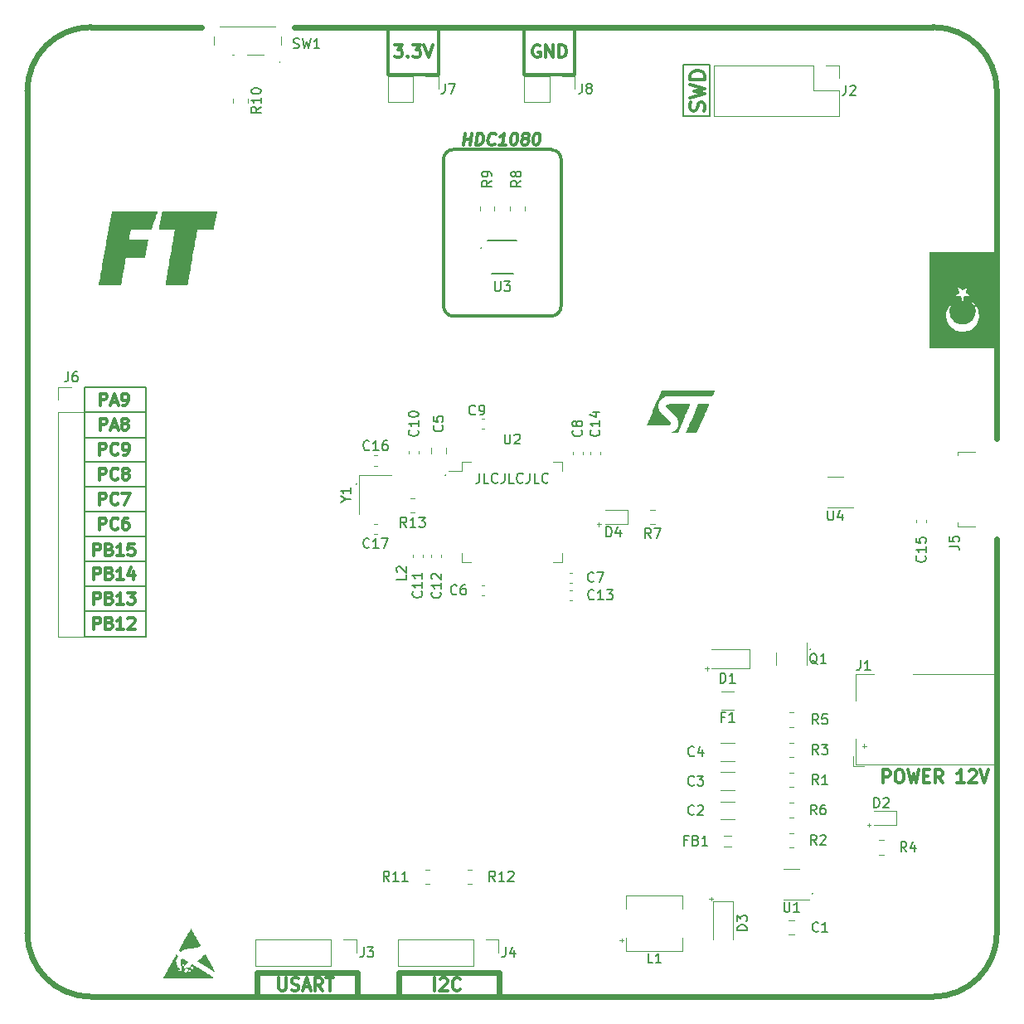
<source format=gbr>
%TF.GenerationSoftware,KiCad,Pcbnew,(6.0.11)*%
%TF.CreationDate,2023-04-03T14:35:14+03:00*%
%TF.ProjectId,STM32Custom,53544d33-3243-4757-9374-6f6d2e6b6963,rev?*%
%TF.SameCoordinates,Original*%
%TF.FileFunction,Legend,Top*%
%TF.FilePolarity,Positive*%
%FSLAX46Y46*%
G04 Gerber Fmt 4.6, Leading zero omitted, Abs format (unit mm)*
G04 Created by KiCad (PCBNEW (6.0.11)) date 2023-04-03 14:35:14*
%MOMM*%
%LPD*%
G01*
G04 APERTURE LIST*
%ADD10C,0.150000*%
%ADD11C,0.100000*%
%ADD12C,0.300000*%
%ADD13C,0.600000*%
%ADD14C,0.200000*%
%ADD15C,0.120000*%
G04 APERTURE END LIST*
D10*
X105596655Y-76150000D02*
G75*
G03*
X105596655Y-76150000I-60828J0D01*
G01*
D11*
X132460523Y-122723714D02*
X132841476Y-122723714D01*
X132651000Y-122914190D02*
X132651000Y-122533238D01*
D12*
X159362142Y-106639095D02*
X159362142Y-105339095D01*
X159857380Y-105339095D01*
X159981190Y-105401000D01*
X160043095Y-105462904D01*
X160105000Y-105586714D01*
X160105000Y-105772428D01*
X160043095Y-105896238D01*
X159981190Y-105958142D01*
X159857380Y-106020047D01*
X159362142Y-106020047D01*
X160909761Y-105339095D02*
X161157380Y-105339095D01*
X161281190Y-105401000D01*
X161405000Y-105524809D01*
X161466904Y-105772428D01*
X161466904Y-106205761D01*
X161405000Y-106453380D01*
X161281190Y-106577190D01*
X161157380Y-106639095D01*
X160909761Y-106639095D01*
X160785952Y-106577190D01*
X160662142Y-106453380D01*
X160600238Y-106205761D01*
X160600238Y-105772428D01*
X160662142Y-105524809D01*
X160785952Y-105401000D01*
X160909761Y-105339095D01*
X161900238Y-105339095D02*
X162209761Y-106639095D01*
X162457380Y-105710523D01*
X162705000Y-106639095D01*
X163014523Y-105339095D01*
X163509761Y-105958142D02*
X163943095Y-105958142D01*
X164128809Y-106639095D02*
X163509761Y-106639095D01*
X163509761Y-105339095D01*
X164128809Y-105339095D01*
X165428809Y-106639095D02*
X164995476Y-106020047D01*
X164685952Y-106639095D02*
X164685952Y-105339095D01*
X165181190Y-105339095D01*
X165305000Y-105401000D01*
X165366904Y-105462904D01*
X165428809Y-105586714D01*
X165428809Y-105772428D01*
X165366904Y-105896238D01*
X165305000Y-105958142D01*
X165181190Y-106020047D01*
X164685952Y-106020047D01*
X167657380Y-106639095D02*
X166914523Y-106639095D01*
X167285952Y-106639095D02*
X167285952Y-105339095D01*
X167162142Y-105524809D01*
X167038333Y-105648619D01*
X166914523Y-105710523D01*
X168152619Y-105462904D02*
X168214523Y-105401000D01*
X168338333Y-105339095D01*
X168647857Y-105339095D01*
X168771666Y-105401000D01*
X168833571Y-105462904D01*
X168895476Y-105586714D01*
X168895476Y-105710523D01*
X168833571Y-105896238D01*
X168090714Y-106639095D01*
X168895476Y-106639095D01*
X169266904Y-105339095D02*
X169700238Y-106639095D01*
X170133571Y-105339095D01*
X108775000Y-34320000D02*
X113975000Y-34320000D01*
X113975000Y-34320000D02*
X113975000Y-29680000D01*
X113975000Y-29680000D02*
X108775000Y-29680000D01*
X108775000Y-29680000D02*
X108775000Y-34320000D01*
X122685000Y-34320000D02*
X127885000Y-34320000D01*
X127885000Y-34320000D02*
X127885000Y-29680000D01*
X127885000Y-29680000D02*
X122685000Y-29680000D01*
X122685000Y-29680000D02*
X122685000Y-34320000D01*
X124294523Y-31350000D02*
X124170714Y-31288095D01*
X123985000Y-31288095D01*
X123799285Y-31350000D01*
X123675476Y-31473809D01*
X123613571Y-31597619D01*
X123551666Y-31845238D01*
X123551666Y-32030952D01*
X123613571Y-32278571D01*
X123675476Y-32402380D01*
X123799285Y-32526190D01*
X123985000Y-32588095D01*
X124108809Y-32588095D01*
X124294523Y-32526190D01*
X124356428Y-32464285D01*
X124356428Y-32030952D01*
X124108809Y-32030952D01*
X124913571Y-32588095D02*
X124913571Y-31288095D01*
X125656428Y-32588095D01*
X125656428Y-31288095D01*
X126275476Y-32588095D02*
X126275476Y-31288095D01*
X126585000Y-31288095D01*
X126770714Y-31350000D01*
X126894523Y-31473809D01*
X126956428Y-31597619D01*
X127018333Y-31845238D01*
X127018333Y-32030952D01*
X126956428Y-32278571D01*
X126894523Y-32402380D01*
X126770714Y-32526190D01*
X126585000Y-32588095D01*
X126275476Y-32588095D01*
X109455952Y-31288095D02*
X110260714Y-31288095D01*
X109827380Y-31783333D01*
X110013095Y-31783333D01*
X110136904Y-31845238D01*
X110198809Y-31907142D01*
X110260714Y-32030952D01*
X110260714Y-32340476D01*
X110198809Y-32464285D01*
X110136904Y-32526190D01*
X110013095Y-32588095D01*
X109641666Y-32588095D01*
X109517857Y-32526190D01*
X109455952Y-32464285D01*
X110817857Y-32464285D02*
X110879761Y-32526190D01*
X110817857Y-32588095D01*
X110755952Y-32526190D01*
X110817857Y-32464285D01*
X110817857Y-32588095D01*
X111313095Y-31288095D02*
X112117857Y-31288095D01*
X111684523Y-31783333D01*
X111870238Y-31783333D01*
X111994047Y-31845238D01*
X112055952Y-31907142D01*
X112117857Y-32030952D01*
X112117857Y-32340476D01*
X112055952Y-32464285D01*
X111994047Y-32526190D01*
X111870238Y-32588095D01*
X111498809Y-32588095D01*
X111375000Y-32526190D01*
X111313095Y-32464285D01*
X112489285Y-31288095D02*
X112922619Y-32588095D01*
X113355952Y-31288095D01*
X115475000Y-42000000D02*
X125475000Y-42000000D01*
X114475000Y-58000000D02*
X114475000Y-43000000D01*
X125475000Y-59000000D02*
X115475000Y-59000000D01*
X126475000Y-43000000D02*
X126475000Y-58000000D01*
X125475000Y-59000000D02*
G75*
G03*
X126475000Y-58000000I1J999999D01*
G01*
X114475000Y-58000000D02*
G75*
G03*
X115475000Y-59000000I999999J-1D01*
G01*
X115475000Y-42000000D02*
G75*
G03*
X114475000Y-43000000I-1J-999999D01*
G01*
X126475000Y-43000000D02*
G75*
G03*
X125475000Y-42000000I-1000000J0D01*
G01*
X116532821Y-41542857D02*
X116682821Y-40342857D01*
X116611392Y-40914285D02*
X117297107Y-40914285D01*
X117218535Y-41542857D02*
X117368535Y-40342857D01*
X117789964Y-41542857D02*
X117939964Y-40342857D01*
X118225678Y-40342857D01*
X118389964Y-40400000D01*
X118489964Y-40514285D01*
X118532821Y-40628571D01*
X118561392Y-40857142D01*
X118539964Y-41028571D01*
X118454250Y-41257142D01*
X118382821Y-41371428D01*
X118254250Y-41485714D01*
X118075678Y-41542857D01*
X117789964Y-41542857D01*
X119689964Y-41428571D02*
X119625678Y-41485714D01*
X119447107Y-41542857D01*
X119332821Y-41542857D01*
X119168535Y-41485714D01*
X119068535Y-41371428D01*
X119025678Y-41257142D01*
X118997107Y-41028571D01*
X119018535Y-40857142D01*
X119104250Y-40628571D01*
X119175678Y-40514285D01*
X119304250Y-40400000D01*
X119482821Y-40342857D01*
X119597107Y-40342857D01*
X119761392Y-40400000D01*
X119811392Y-40457142D01*
X120818535Y-41542857D02*
X120132821Y-41542857D01*
X120475678Y-41542857D02*
X120625678Y-40342857D01*
X120489964Y-40514285D01*
X120361392Y-40628571D01*
X120239964Y-40685714D01*
X121711392Y-40342857D02*
X121825678Y-40342857D01*
X121932821Y-40400000D01*
X121982821Y-40457142D01*
X122025678Y-40571428D01*
X122054250Y-40800000D01*
X122018535Y-41085714D01*
X121932821Y-41314285D01*
X121861392Y-41428571D01*
X121797107Y-41485714D01*
X121675678Y-41542857D01*
X121561392Y-41542857D01*
X121454250Y-41485714D01*
X121404250Y-41428571D01*
X121361392Y-41314285D01*
X121332821Y-41085714D01*
X121368535Y-40800000D01*
X121454250Y-40571428D01*
X121525678Y-40457142D01*
X121589964Y-40400000D01*
X121711392Y-40342857D01*
X122732821Y-40857142D02*
X122625678Y-40800000D01*
X122575678Y-40742857D01*
X122532821Y-40628571D01*
X122539964Y-40571428D01*
X122611392Y-40457142D01*
X122675678Y-40400000D01*
X122797107Y-40342857D01*
X123025678Y-40342857D01*
X123132821Y-40400000D01*
X123182821Y-40457142D01*
X123225678Y-40571428D01*
X123218535Y-40628571D01*
X123147107Y-40742857D01*
X123082821Y-40800000D01*
X122961392Y-40857142D01*
X122732821Y-40857142D01*
X122611392Y-40914285D01*
X122547107Y-40971428D01*
X122475678Y-41085714D01*
X122447107Y-41314285D01*
X122489964Y-41428571D01*
X122539964Y-41485714D01*
X122647107Y-41542857D01*
X122875678Y-41542857D01*
X122997107Y-41485714D01*
X123061392Y-41428571D01*
X123132821Y-41314285D01*
X123161392Y-41085714D01*
X123118535Y-40971428D01*
X123068535Y-40914285D01*
X122961392Y-40857142D01*
X123997107Y-40342857D02*
X124111392Y-40342857D01*
X124218535Y-40400000D01*
X124268535Y-40457142D01*
X124311392Y-40571428D01*
X124339964Y-40800000D01*
X124304250Y-41085714D01*
X124218535Y-41314285D01*
X124147107Y-41428571D01*
X124082821Y-41485714D01*
X123961392Y-41542857D01*
X123847107Y-41542857D01*
X123739964Y-41485714D01*
X123689964Y-41428571D01*
X123647107Y-41314285D01*
X123618535Y-41085714D01*
X123654250Y-40800000D01*
X123739964Y-40571428D01*
X123811392Y-40457142D01*
X123875678Y-40400000D01*
X123997107Y-40342857D01*
X79435000Y-68112857D02*
X79435000Y-66912857D01*
X79892142Y-66912857D01*
X80006428Y-66970000D01*
X80063571Y-67027142D01*
X80120714Y-67141428D01*
X80120714Y-67312857D01*
X80063571Y-67427142D01*
X80006428Y-67484285D01*
X79892142Y-67541428D01*
X79435000Y-67541428D01*
X80577857Y-67770000D02*
X81149285Y-67770000D01*
X80463571Y-68112857D02*
X80863571Y-66912857D01*
X81263571Y-68112857D01*
X81720714Y-68112857D02*
X81949285Y-68112857D01*
X82063571Y-68055714D01*
X82120714Y-67998571D01*
X82235000Y-67827142D01*
X82292142Y-67598571D01*
X82292142Y-67141428D01*
X82235000Y-67027142D01*
X82177857Y-66970000D01*
X82063571Y-66912857D01*
X81835000Y-66912857D01*
X81720714Y-66970000D01*
X81663571Y-67027142D01*
X81606428Y-67141428D01*
X81606428Y-67427142D01*
X81663571Y-67541428D01*
X81720714Y-67598571D01*
X81835000Y-67655714D01*
X82063571Y-67655714D01*
X82177857Y-67598571D01*
X82235000Y-67541428D01*
X82292142Y-67427142D01*
X79435000Y-70652857D02*
X79435000Y-69452857D01*
X79892142Y-69452857D01*
X80006428Y-69510000D01*
X80063571Y-69567142D01*
X80120714Y-69681428D01*
X80120714Y-69852857D01*
X80063571Y-69967142D01*
X80006428Y-70024285D01*
X79892142Y-70081428D01*
X79435000Y-70081428D01*
X80577857Y-70310000D02*
X81149285Y-70310000D01*
X80463571Y-70652857D02*
X80863571Y-69452857D01*
X81263571Y-70652857D01*
X81835000Y-69967142D02*
X81720714Y-69910000D01*
X81663571Y-69852857D01*
X81606428Y-69738571D01*
X81606428Y-69681428D01*
X81663571Y-69567142D01*
X81720714Y-69510000D01*
X81835000Y-69452857D01*
X82063571Y-69452857D01*
X82177857Y-69510000D01*
X82235000Y-69567142D01*
X82292142Y-69681428D01*
X82292142Y-69738571D01*
X82235000Y-69852857D01*
X82177857Y-69910000D01*
X82063571Y-69967142D01*
X81835000Y-69967142D01*
X81720714Y-70024285D01*
X81663571Y-70081428D01*
X81606428Y-70195714D01*
X81606428Y-70424285D01*
X81663571Y-70538571D01*
X81720714Y-70595714D01*
X81835000Y-70652857D01*
X82063571Y-70652857D01*
X82177857Y-70595714D01*
X82235000Y-70538571D01*
X82292142Y-70424285D01*
X82292142Y-70195714D01*
X82235000Y-70081428D01*
X82177857Y-70024285D01*
X82063571Y-69967142D01*
X79349285Y-73192857D02*
X79349285Y-71992857D01*
X79806428Y-71992857D01*
X79920714Y-72050000D01*
X79977857Y-72107142D01*
X80035000Y-72221428D01*
X80035000Y-72392857D01*
X79977857Y-72507142D01*
X79920714Y-72564285D01*
X79806428Y-72621428D01*
X79349285Y-72621428D01*
X81235000Y-73078571D02*
X81177857Y-73135714D01*
X81006428Y-73192857D01*
X80892142Y-73192857D01*
X80720714Y-73135714D01*
X80606428Y-73021428D01*
X80549285Y-72907142D01*
X80492142Y-72678571D01*
X80492142Y-72507142D01*
X80549285Y-72278571D01*
X80606428Y-72164285D01*
X80720714Y-72050000D01*
X80892142Y-71992857D01*
X81006428Y-71992857D01*
X81177857Y-72050000D01*
X81235000Y-72107142D01*
X81806428Y-73192857D02*
X82035000Y-73192857D01*
X82149285Y-73135714D01*
X82206428Y-73078571D01*
X82320714Y-72907142D01*
X82377857Y-72678571D01*
X82377857Y-72221428D01*
X82320714Y-72107142D01*
X82263571Y-72050000D01*
X82149285Y-71992857D01*
X81920714Y-71992857D01*
X81806428Y-72050000D01*
X81749285Y-72107142D01*
X81692142Y-72221428D01*
X81692142Y-72507142D01*
X81749285Y-72621428D01*
X81806428Y-72678571D01*
X81920714Y-72735714D01*
X82149285Y-72735714D01*
X82263571Y-72678571D01*
X82320714Y-72621428D01*
X82377857Y-72507142D01*
X79349285Y-75732857D02*
X79349285Y-74532857D01*
X79806428Y-74532857D01*
X79920714Y-74590000D01*
X79977857Y-74647142D01*
X80035000Y-74761428D01*
X80035000Y-74932857D01*
X79977857Y-75047142D01*
X79920714Y-75104285D01*
X79806428Y-75161428D01*
X79349285Y-75161428D01*
X81235000Y-75618571D02*
X81177857Y-75675714D01*
X81006428Y-75732857D01*
X80892142Y-75732857D01*
X80720714Y-75675714D01*
X80606428Y-75561428D01*
X80549285Y-75447142D01*
X80492142Y-75218571D01*
X80492142Y-75047142D01*
X80549285Y-74818571D01*
X80606428Y-74704285D01*
X80720714Y-74590000D01*
X80892142Y-74532857D01*
X81006428Y-74532857D01*
X81177857Y-74590000D01*
X81235000Y-74647142D01*
X81920714Y-75047142D02*
X81806428Y-74990000D01*
X81749285Y-74932857D01*
X81692142Y-74818571D01*
X81692142Y-74761428D01*
X81749285Y-74647142D01*
X81806428Y-74590000D01*
X81920714Y-74532857D01*
X82149285Y-74532857D01*
X82263571Y-74590000D01*
X82320714Y-74647142D01*
X82377857Y-74761428D01*
X82377857Y-74818571D01*
X82320714Y-74932857D01*
X82263571Y-74990000D01*
X82149285Y-75047142D01*
X81920714Y-75047142D01*
X81806428Y-75104285D01*
X81749285Y-75161428D01*
X81692142Y-75275714D01*
X81692142Y-75504285D01*
X81749285Y-75618571D01*
X81806428Y-75675714D01*
X81920714Y-75732857D01*
X82149285Y-75732857D01*
X82263571Y-75675714D01*
X82320714Y-75618571D01*
X82377857Y-75504285D01*
X82377857Y-75275714D01*
X82320714Y-75161428D01*
X82263571Y-75104285D01*
X82149285Y-75047142D01*
X79349285Y-78272857D02*
X79349285Y-77072857D01*
X79806428Y-77072857D01*
X79920714Y-77130000D01*
X79977857Y-77187142D01*
X80035000Y-77301428D01*
X80035000Y-77472857D01*
X79977857Y-77587142D01*
X79920714Y-77644285D01*
X79806428Y-77701428D01*
X79349285Y-77701428D01*
X81235000Y-78158571D02*
X81177857Y-78215714D01*
X81006428Y-78272857D01*
X80892142Y-78272857D01*
X80720714Y-78215714D01*
X80606428Y-78101428D01*
X80549285Y-77987142D01*
X80492142Y-77758571D01*
X80492142Y-77587142D01*
X80549285Y-77358571D01*
X80606428Y-77244285D01*
X80720714Y-77130000D01*
X80892142Y-77072857D01*
X81006428Y-77072857D01*
X81177857Y-77130000D01*
X81235000Y-77187142D01*
X81635000Y-77072857D02*
X82435000Y-77072857D01*
X81920714Y-78272857D01*
X79349285Y-80812857D02*
X79349285Y-79612857D01*
X79806428Y-79612857D01*
X79920714Y-79670000D01*
X79977857Y-79727142D01*
X80035000Y-79841428D01*
X80035000Y-80012857D01*
X79977857Y-80127142D01*
X79920714Y-80184285D01*
X79806428Y-80241428D01*
X79349285Y-80241428D01*
X81235000Y-80698571D02*
X81177857Y-80755714D01*
X81006428Y-80812857D01*
X80892142Y-80812857D01*
X80720714Y-80755714D01*
X80606428Y-80641428D01*
X80549285Y-80527142D01*
X80492142Y-80298571D01*
X80492142Y-80127142D01*
X80549285Y-79898571D01*
X80606428Y-79784285D01*
X80720714Y-79670000D01*
X80892142Y-79612857D01*
X81006428Y-79612857D01*
X81177857Y-79670000D01*
X81235000Y-79727142D01*
X82263571Y-79612857D02*
X82035000Y-79612857D01*
X81920714Y-79670000D01*
X81863571Y-79727142D01*
X81749285Y-79898571D01*
X81692142Y-80127142D01*
X81692142Y-80584285D01*
X81749285Y-80698571D01*
X81806428Y-80755714D01*
X81920714Y-80812857D01*
X82149285Y-80812857D01*
X82263571Y-80755714D01*
X82320714Y-80698571D01*
X82377857Y-80584285D01*
X82377857Y-80298571D01*
X82320714Y-80184285D01*
X82263571Y-80127142D01*
X82149285Y-80070000D01*
X81920714Y-80070000D01*
X81806428Y-80127142D01*
X81749285Y-80184285D01*
X81692142Y-80298571D01*
X78777857Y-90972857D02*
X78777857Y-89772857D01*
X79235000Y-89772857D01*
X79349285Y-89830000D01*
X79406428Y-89887142D01*
X79463571Y-90001428D01*
X79463571Y-90172857D01*
X79406428Y-90287142D01*
X79349285Y-90344285D01*
X79235000Y-90401428D01*
X78777857Y-90401428D01*
X80377857Y-90344285D02*
X80549285Y-90401428D01*
X80606428Y-90458571D01*
X80663571Y-90572857D01*
X80663571Y-90744285D01*
X80606428Y-90858571D01*
X80549285Y-90915714D01*
X80435000Y-90972857D01*
X79977857Y-90972857D01*
X79977857Y-89772857D01*
X80377857Y-89772857D01*
X80492142Y-89830000D01*
X80549285Y-89887142D01*
X80606428Y-90001428D01*
X80606428Y-90115714D01*
X80549285Y-90230000D01*
X80492142Y-90287142D01*
X80377857Y-90344285D01*
X79977857Y-90344285D01*
X81806428Y-90972857D02*
X81120714Y-90972857D01*
X81463571Y-90972857D02*
X81463571Y-89772857D01*
X81349285Y-89944285D01*
X81235000Y-90058571D01*
X81120714Y-90115714D01*
X82263571Y-89887142D02*
X82320714Y-89830000D01*
X82435000Y-89772857D01*
X82720714Y-89772857D01*
X82835000Y-89830000D01*
X82892142Y-89887142D01*
X82949285Y-90001428D01*
X82949285Y-90115714D01*
X82892142Y-90287142D01*
X82206428Y-90972857D01*
X82949285Y-90972857D01*
X78777857Y-88432857D02*
X78777857Y-87232857D01*
X79235000Y-87232857D01*
X79349285Y-87290000D01*
X79406428Y-87347142D01*
X79463571Y-87461428D01*
X79463571Y-87632857D01*
X79406428Y-87747142D01*
X79349285Y-87804285D01*
X79235000Y-87861428D01*
X78777857Y-87861428D01*
X80377857Y-87804285D02*
X80549285Y-87861428D01*
X80606428Y-87918571D01*
X80663571Y-88032857D01*
X80663571Y-88204285D01*
X80606428Y-88318571D01*
X80549285Y-88375714D01*
X80435000Y-88432857D01*
X79977857Y-88432857D01*
X79977857Y-87232857D01*
X80377857Y-87232857D01*
X80492142Y-87290000D01*
X80549285Y-87347142D01*
X80606428Y-87461428D01*
X80606428Y-87575714D01*
X80549285Y-87690000D01*
X80492142Y-87747142D01*
X80377857Y-87804285D01*
X79977857Y-87804285D01*
X81806428Y-88432857D02*
X81120714Y-88432857D01*
X81463571Y-88432857D02*
X81463571Y-87232857D01*
X81349285Y-87404285D01*
X81235000Y-87518571D01*
X81120714Y-87575714D01*
X82206428Y-87232857D02*
X82949285Y-87232857D01*
X82549285Y-87690000D01*
X82720714Y-87690000D01*
X82835000Y-87747142D01*
X82892142Y-87804285D01*
X82949285Y-87918571D01*
X82949285Y-88204285D01*
X82892142Y-88318571D01*
X82835000Y-88375714D01*
X82720714Y-88432857D01*
X82377857Y-88432857D01*
X82263571Y-88375714D01*
X82206428Y-88318571D01*
X78777857Y-85892857D02*
X78777857Y-84692857D01*
X79235000Y-84692857D01*
X79349285Y-84750000D01*
X79406428Y-84807142D01*
X79463571Y-84921428D01*
X79463571Y-85092857D01*
X79406428Y-85207142D01*
X79349285Y-85264285D01*
X79235000Y-85321428D01*
X78777857Y-85321428D01*
X80377857Y-85264285D02*
X80549285Y-85321428D01*
X80606428Y-85378571D01*
X80663571Y-85492857D01*
X80663571Y-85664285D01*
X80606428Y-85778571D01*
X80549285Y-85835714D01*
X80435000Y-85892857D01*
X79977857Y-85892857D01*
X79977857Y-84692857D01*
X80377857Y-84692857D01*
X80492142Y-84750000D01*
X80549285Y-84807142D01*
X80606428Y-84921428D01*
X80606428Y-85035714D01*
X80549285Y-85150000D01*
X80492142Y-85207142D01*
X80377857Y-85264285D01*
X79977857Y-85264285D01*
X81806428Y-85892857D02*
X81120714Y-85892857D01*
X81463571Y-85892857D02*
X81463571Y-84692857D01*
X81349285Y-84864285D01*
X81235000Y-84978571D01*
X81120714Y-85035714D01*
X82835000Y-85092857D02*
X82835000Y-85892857D01*
X82549285Y-84635714D02*
X82263571Y-85492857D01*
X83006428Y-85492857D01*
D10*
X77837800Y-89160000D02*
X84086200Y-89160000D01*
X77837800Y-86620000D02*
X84086200Y-86620000D01*
X77837800Y-84080000D02*
X84086200Y-84080000D01*
X77837800Y-81540000D02*
X84086200Y-81540000D01*
X77837800Y-79000000D02*
X84086200Y-79000000D01*
X77837800Y-76460000D02*
X84086200Y-76460000D01*
X77837800Y-73920000D02*
X84086200Y-73920000D01*
X77837800Y-71430800D02*
X84086200Y-71430800D01*
X77805000Y-68845000D02*
X84086200Y-68840000D01*
X77837800Y-66249200D02*
X84086200Y-66249200D01*
X84086200Y-66249200D02*
X84086200Y-91750800D01*
X84086200Y-91750800D02*
X77837800Y-91750800D01*
X77837800Y-91750800D02*
X77837800Y-66249200D01*
X118305828Y-52050000D02*
G75*
G03*
X118305828Y-52050000I-60828J0D01*
G01*
D13*
X78475000Y-29500000D02*
G75*
G03*
X71975000Y-36000000I0J-6500000D01*
G01*
D10*
X152175828Y-117960000D02*
G75*
G03*
X152175828Y-117960000I-60828J0D01*
G01*
D13*
X164475000Y-128500000D02*
G75*
G03*
X170975000Y-122000000I0J6500000D01*
G01*
X95395000Y-126000000D02*
X105645000Y-126000000D01*
X105645000Y-126000000D02*
X105645000Y-128500000D01*
X105645000Y-128500000D02*
X95395000Y-128500000D01*
X95395000Y-128500000D02*
X95395000Y-126000000D01*
X71975000Y-36000000D02*
X71975000Y-122000000D01*
X78475000Y-128500000D02*
X164475000Y-128500000D01*
X78475000Y-29500000D02*
X89725000Y-29500000D01*
X109895000Y-126000000D02*
X120145000Y-126000000D01*
X120145000Y-126000000D02*
X120145000Y-128500000D01*
X120145000Y-128500000D02*
X109895000Y-128500000D01*
X109895000Y-128500000D02*
X109895000Y-126000000D01*
D10*
X114665828Y-75250000D02*
G75*
G03*
X114665828Y-75250000I-60828J0D01*
G01*
X97785828Y-33070000D02*
G75*
G03*
X97785828Y-33070000I-60828J0D01*
G01*
D13*
X99225000Y-29500000D02*
X123225000Y-29500000D01*
D14*
X138925000Y-33350000D02*
X141675000Y-33350000D01*
X141675000Y-33350000D02*
X141675000Y-38600000D01*
X141675000Y-38600000D02*
X138925000Y-38600000D01*
X138925000Y-38600000D02*
X138925000Y-33350000D01*
D13*
X123225000Y-29500000D02*
X164475000Y-29500000D01*
X71975000Y-122000000D02*
G75*
G03*
X78475000Y-128500000I6500000J0D01*
G01*
X170975000Y-36000000D02*
G75*
G03*
X164475000Y-29500000I-6500000J0D01*
G01*
X170975000Y-36000000D02*
X170975000Y-71500000D01*
D10*
X151915828Y-93030000D02*
G75*
G03*
X151915828Y-93030000I-60828J0D01*
G01*
D13*
X170975000Y-81750000D02*
X170975000Y-122000000D01*
D11*
X130154523Y-80275714D02*
X130535476Y-80275714D01*
X130345000Y-80466190D02*
X130345000Y-80085238D01*
D10*
X118141666Y-75052380D02*
X118141666Y-75766666D01*
X118094047Y-75909523D01*
X117998809Y-76004761D01*
X117855952Y-76052380D01*
X117760714Y-76052380D01*
X119094047Y-76052380D02*
X118617857Y-76052380D01*
X118617857Y-75052380D01*
X119998809Y-75957142D02*
X119951190Y-76004761D01*
X119808333Y-76052380D01*
X119713095Y-76052380D01*
X119570238Y-76004761D01*
X119475000Y-75909523D01*
X119427380Y-75814285D01*
X119379761Y-75623809D01*
X119379761Y-75480952D01*
X119427380Y-75290476D01*
X119475000Y-75195238D01*
X119570238Y-75100000D01*
X119713095Y-75052380D01*
X119808333Y-75052380D01*
X119951190Y-75100000D01*
X119998809Y-75147619D01*
X120713095Y-75052380D02*
X120713095Y-75766666D01*
X120665476Y-75909523D01*
X120570238Y-76004761D01*
X120427380Y-76052380D01*
X120332142Y-76052380D01*
X121665476Y-76052380D02*
X121189285Y-76052380D01*
X121189285Y-75052380D01*
X122570238Y-75957142D02*
X122522619Y-76004761D01*
X122379761Y-76052380D01*
X122284523Y-76052380D01*
X122141666Y-76004761D01*
X122046428Y-75909523D01*
X121998809Y-75814285D01*
X121951190Y-75623809D01*
X121951190Y-75480952D01*
X121998809Y-75290476D01*
X122046428Y-75195238D01*
X122141666Y-75100000D01*
X122284523Y-75052380D01*
X122379761Y-75052380D01*
X122522619Y-75100000D01*
X122570238Y-75147619D01*
X123284523Y-75052380D02*
X123284523Y-75766666D01*
X123236904Y-75909523D01*
X123141666Y-76004761D01*
X122998809Y-76052380D01*
X122903571Y-76052380D01*
X124236904Y-76052380D02*
X123760714Y-76052380D01*
X123760714Y-75052380D01*
X125141666Y-75957142D02*
X125094047Y-76004761D01*
X124951190Y-76052380D01*
X124855952Y-76052380D01*
X124713095Y-76004761D01*
X124617857Y-75909523D01*
X124570238Y-75814285D01*
X124522619Y-75623809D01*
X124522619Y-75480952D01*
X124570238Y-75290476D01*
X124617857Y-75195238D01*
X124713095Y-75100000D01*
X124855952Y-75052380D01*
X124951190Y-75052380D01*
X125094047Y-75100000D01*
X125141666Y-75147619D01*
D11*
X157703523Y-110977714D02*
X158084476Y-110977714D01*
X157894000Y-111168190D02*
X157894000Y-110787238D01*
X157254523Y-102895714D02*
X157635476Y-102895714D01*
X157445000Y-103086190D02*
X157445000Y-102705238D01*
X141604523Y-118525714D02*
X141985476Y-118525714D01*
X141795000Y-118716190D02*
X141795000Y-118335238D01*
D12*
X113575952Y-127888095D02*
X113575952Y-126588095D01*
X114133095Y-126711904D02*
X114195000Y-126650000D01*
X114318809Y-126588095D01*
X114628333Y-126588095D01*
X114752142Y-126650000D01*
X114814047Y-126711904D01*
X114875952Y-126835714D01*
X114875952Y-126959523D01*
X114814047Y-127145238D01*
X114071190Y-127888095D01*
X114875952Y-127888095D01*
X116175952Y-127764285D02*
X116114047Y-127826190D01*
X115928333Y-127888095D01*
X115804523Y-127888095D01*
X115618809Y-127826190D01*
X115495000Y-127702380D01*
X115433095Y-127578571D01*
X115371190Y-127330952D01*
X115371190Y-127145238D01*
X115433095Y-126897619D01*
X115495000Y-126773809D01*
X115618809Y-126650000D01*
X115804523Y-126588095D01*
X115928333Y-126588095D01*
X116114047Y-126650000D01*
X116175952Y-126711904D01*
X141082142Y-38035714D02*
X141153571Y-37821428D01*
X141153571Y-37464285D01*
X141082142Y-37321428D01*
X141010714Y-37250000D01*
X140867857Y-37178571D01*
X140725000Y-37178571D01*
X140582142Y-37250000D01*
X140510714Y-37321428D01*
X140439285Y-37464285D01*
X140367857Y-37750000D01*
X140296428Y-37892857D01*
X140225000Y-37964285D01*
X140082142Y-38035714D01*
X139939285Y-38035714D01*
X139796428Y-37964285D01*
X139725000Y-37892857D01*
X139653571Y-37750000D01*
X139653571Y-37392857D01*
X139725000Y-37178571D01*
X139653571Y-36678571D02*
X141153571Y-36321428D01*
X140082142Y-36035714D01*
X141153571Y-35750000D01*
X139653571Y-35392857D01*
X141153571Y-34821428D02*
X139653571Y-34821428D01*
X139653571Y-34464285D01*
X139725000Y-34250000D01*
X139867857Y-34107142D01*
X140010714Y-34035714D01*
X140296428Y-33964285D01*
X140510714Y-33964285D01*
X140796428Y-34035714D01*
X140939285Y-34107142D01*
X141082142Y-34250000D01*
X141153571Y-34464285D01*
X141153571Y-34821428D01*
X97652142Y-126588095D02*
X97652142Y-127640476D01*
X97714047Y-127764285D01*
X97775952Y-127826190D01*
X97899761Y-127888095D01*
X98147380Y-127888095D01*
X98271190Y-127826190D01*
X98333095Y-127764285D01*
X98395000Y-127640476D01*
X98395000Y-126588095D01*
X98952142Y-127826190D02*
X99137857Y-127888095D01*
X99447380Y-127888095D01*
X99571190Y-127826190D01*
X99633095Y-127764285D01*
X99695000Y-127640476D01*
X99695000Y-127516666D01*
X99633095Y-127392857D01*
X99571190Y-127330952D01*
X99447380Y-127269047D01*
X99199761Y-127207142D01*
X99075952Y-127145238D01*
X99014047Y-127083333D01*
X98952142Y-126959523D01*
X98952142Y-126835714D01*
X99014047Y-126711904D01*
X99075952Y-126650000D01*
X99199761Y-126588095D01*
X99509285Y-126588095D01*
X99695000Y-126650000D01*
X100190238Y-127516666D02*
X100809285Y-127516666D01*
X100066428Y-127888095D02*
X100499761Y-126588095D01*
X100933095Y-127888095D01*
X102109285Y-127888095D02*
X101675952Y-127269047D01*
X101366428Y-127888095D02*
X101366428Y-126588095D01*
X101861666Y-126588095D01*
X101985476Y-126650000D01*
X102047380Y-126711904D01*
X102109285Y-126835714D01*
X102109285Y-127021428D01*
X102047380Y-127145238D01*
X101985476Y-127207142D01*
X101861666Y-127269047D01*
X101366428Y-127269047D01*
X102480714Y-126588095D02*
X103223571Y-126588095D01*
X102852142Y-127888095D02*
X102852142Y-126588095D01*
X78777857Y-83454457D02*
X78777857Y-82254457D01*
X79235000Y-82254457D01*
X79349285Y-82311600D01*
X79406428Y-82368742D01*
X79463571Y-82483028D01*
X79463571Y-82654457D01*
X79406428Y-82768742D01*
X79349285Y-82825885D01*
X79235000Y-82883028D01*
X78777857Y-82883028D01*
X80377857Y-82825885D02*
X80549285Y-82883028D01*
X80606428Y-82940171D01*
X80663571Y-83054457D01*
X80663571Y-83225885D01*
X80606428Y-83340171D01*
X80549285Y-83397314D01*
X80435000Y-83454457D01*
X79977857Y-83454457D01*
X79977857Y-82254457D01*
X80377857Y-82254457D01*
X80492142Y-82311600D01*
X80549285Y-82368742D01*
X80606428Y-82483028D01*
X80606428Y-82597314D01*
X80549285Y-82711600D01*
X80492142Y-82768742D01*
X80377857Y-82825885D01*
X79977857Y-82825885D01*
X81806428Y-83454457D02*
X81120714Y-83454457D01*
X81463571Y-83454457D02*
X81463571Y-82254457D01*
X81349285Y-82425885D01*
X81235000Y-82540171D01*
X81120714Y-82597314D01*
X82892142Y-82254457D02*
X82320714Y-82254457D01*
X82263571Y-82825885D01*
X82320714Y-82768742D01*
X82435000Y-82711600D01*
X82720714Y-82711600D01*
X82835000Y-82768742D01*
X82892142Y-82825885D01*
X82949285Y-82940171D01*
X82949285Y-83225885D01*
X82892142Y-83340171D01*
X82835000Y-83397314D01*
X82720714Y-83454457D01*
X82435000Y-83454457D01*
X82320714Y-83397314D01*
X82263571Y-83340171D01*
D11*
X141184523Y-95005714D02*
X141565476Y-95005714D01*
X141375000Y-95196190D02*
X141375000Y-94815238D01*
D10*
%TO.C,J8*%
X128634666Y-35272380D02*
X128634666Y-35986666D01*
X128587047Y-36129523D01*
X128491809Y-36224761D01*
X128348952Y-36272380D01*
X128253714Y-36272380D01*
X129253714Y-35700952D02*
X129158476Y-35653333D01*
X129110857Y-35605714D01*
X129063238Y-35510476D01*
X129063238Y-35462857D01*
X129110857Y-35367619D01*
X129158476Y-35320000D01*
X129253714Y-35272380D01*
X129444190Y-35272380D01*
X129539428Y-35320000D01*
X129587047Y-35367619D01*
X129634666Y-35462857D01*
X129634666Y-35510476D01*
X129587047Y-35605714D01*
X129539428Y-35653333D01*
X129444190Y-35700952D01*
X129253714Y-35700952D01*
X129158476Y-35748571D01*
X129110857Y-35796190D01*
X129063238Y-35891428D01*
X129063238Y-36081904D01*
X129110857Y-36177142D01*
X129158476Y-36224761D01*
X129253714Y-36272380D01*
X129444190Y-36272380D01*
X129539428Y-36224761D01*
X129587047Y-36177142D01*
X129634666Y-36081904D01*
X129634666Y-35891428D01*
X129587047Y-35796190D01*
X129539428Y-35748571D01*
X129444190Y-35700952D01*
%TO.C,J7*%
X114641666Y-35272380D02*
X114641666Y-35986666D01*
X114594047Y-36129523D01*
X114498809Y-36224761D01*
X114355952Y-36272380D01*
X114260714Y-36272380D01*
X115022619Y-35272380D02*
X115689285Y-35272380D01*
X115260714Y-36272380D01*
%TO.C,R12*%
X119744642Y-116702380D02*
X119411309Y-116226190D01*
X119173214Y-116702380D02*
X119173214Y-115702380D01*
X119554166Y-115702380D01*
X119649404Y-115750000D01*
X119697023Y-115797619D01*
X119744642Y-115892857D01*
X119744642Y-116035714D01*
X119697023Y-116130952D01*
X119649404Y-116178571D01*
X119554166Y-116226190D01*
X119173214Y-116226190D01*
X120697023Y-116702380D02*
X120125595Y-116702380D01*
X120411309Y-116702380D02*
X120411309Y-115702380D01*
X120316071Y-115845238D01*
X120220833Y-115940476D01*
X120125595Y-115988095D01*
X121077976Y-115797619D02*
X121125595Y-115750000D01*
X121220833Y-115702380D01*
X121458928Y-115702380D01*
X121554166Y-115750000D01*
X121601785Y-115797619D01*
X121649404Y-115892857D01*
X121649404Y-115988095D01*
X121601785Y-116130952D01*
X121030357Y-116702380D01*
X121649404Y-116702380D01*
%TO.C,D2*%
X158430904Y-109194380D02*
X158430904Y-108194380D01*
X158669000Y-108194380D01*
X158811857Y-108242000D01*
X158907095Y-108337238D01*
X158954714Y-108432476D01*
X159002333Y-108622952D01*
X159002333Y-108765809D01*
X158954714Y-108956285D01*
X158907095Y-109051523D01*
X158811857Y-109146761D01*
X158669000Y-109194380D01*
X158430904Y-109194380D01*
X159383285Y-108289619D02*
X159430904Y-108242000D01*
X159526142Y-108194380D01*
X159764238Y-108194380D01*
X159859476Y-108242000D01*
X159907095Y-108289619D01*
X159954714Y-108384857D01*
X159954714Y-108480095D01*
X159907095Y-108622952D01*
X159335666Y-109194380D01*
X159954714Y-109194380D01*
%TO.C,R8*%
X122377380Y-45166666D02*
X121901190Y-45500000D01*
X122377380Y-45738095D02*
X121377380Y-45738095D01*
X121377380Y-45357142D01*
X121425000Y-45261904D01*
X121472619Y-45214285D01*
X121567857Y-45166666D01*
X121710714Y-45166666D01*
X121805952Y-45214285D01*
X121853571Y-45261904D01*
X121901190Y-45357142D01*
X121901190Y-45738095D01*
X121805952Y-44595238D02*
X121758333Y-44690476D01*
X121710714Y-44738095D01*
X121615476Y-44785714D01*
X121567857Y-44785714D01*
X121472619Y-44738095D01*
X121425000Y-44690476D01*
X121377380Y-44595238D01*
X121377380Y-44404761D01*
X121425000Y-44309523D01*
X121472619Y-44261904D01*
X121567857Y-44214285D01*
X121615476Y-44214285D01*
X121710714Y-44261904D01*
X121758333Y-44309523D01*
X121805952Y-44404761D01*
X121805952Y-44595238D01*
X121853571Y-44690476D01*
X121901190Y-44738095D01*
X121996428Y-44785714D01*
X122186904Y-44785714D01*
X122282142Y-44738095D01*
X122329761Y-44690476D01*
X122377380Y-44595238D01*
X122377380Y-44404761D01*
X122329761Y-44309523D01*
X122282142Y-44261904D01*
X122186904Y-44214285D01*
X121996428Y-44214285D01*
X121901190Y-44261904D01*
X121853571Y-44309523D01*
X121805952Y-44404761D01*
%TO.C,Y1*%
X104501190Y-77726190D02*
X104977380Y-77726190D01*
X103977380Y-78059523D02*
X104501190Y-77726190D01*
X103977380Y-77392857D01*
X104977380Y-76535714D02*
X104977380Y-77107142D01*
X104977380Y-76821428D02*
X103977380Y-76821428D01*
X104120238Y-76916666D01*
X104215476Y-77011904D01*
X104263095Y-77107142D01*
%TO.C,C5*%
X114332142Y-70166666D02*
X114379761Y-70214285D01*
X114427380Y-70357142D01*
X114427380Y-70452380D01*
X114379761Y-70595238D01*
X114284523Y-70690476D01*
X114189285Y-70738095D01*
X113998809Y-70785714D01*
X113855952Y-70785714D01*
X113665476Y-70738095D01*
X113570238Y-70690476D01*
X113475000Y-70595238D01*
X113427380Y-70452380D01*
X113427380Y-70357142D01*
X113475000Y-70214285D01*
X113522619Y-70166666D01*
X113427380Y-69261904D02*
X113427380Y-69738095D01*
X113903571Y-69785714D01*
X113855952Y-69738095D01*
X113808333Y-69642857D01*
X113808333Y-69404761D01*
X113855952Y-69309523D01*
X113903571Y-69261904D01*
X113998809Y-69214285D01*
X114236904Y-69214285D01*
X114332142Y-69261904D01*
X114379761Y-69309523D01*
X114427380Y-69404761D01*
X114427380Y-69642857D01*
X114379761Y-69738095D01*
X114332142Y-69785714D01*
%TO.C,C13*%
X129832142Y-87857142D02*
X129784523Y-87904761D01*
X129641666Y-87952380D01*
X129546428Y-87952380D01*
X129403571Y-87904761D01*
X129308333Y-87809523D01*
X129260714Y-87714285D01*
X129213095Y-87523809D01*
X129213095Y-87380952D01*
X129260714Y-87190476D01*
X129308333Y-87095238D01*
X129403571Y-87000000D01*
X129546428Y-86952380D01*
X129641666Y-86952380D01*
X129784523Y-87000000D01*
X129832142Y-87047619D01*
X130784523Y-87952380D02*
X130213095Y-87952380D01*
X130498809Y-87952380D02*
X130498809Y-86952380D01*
X130403571Y-87095238D01*
X130308333Y-87190476D01*
X130213095Y-87238095D01*
X131117857Y-86952380D02*
X131736904Y-86952380D01*
X131403571Y-87333333D01*
X131546428Y-87333333D01*
X131641666Y-87380952D01*
X131689285Y-87428571D01*
X131736904Y-87523809D01*
X131736904Y-87761904D01*
X131689285Y-87857142D01*
X131641666Y-87904761D01*
X131546428Y-87952380D01*
X131260714Y-87952380D01*
X131165476Y-87904761D01*
X131117857Y-87857142D01*
%TO.C,L1*%
X135833333Y-125052380D02*
X135357142Y-125052380D01*
X135357142Y-124052380D01*
X136690476Y-125052380D02*
X136119047Y-125052380D01*
X136404761Y-125052380D02*
X136404761Y-124052380D01*
X136309523Y-124195238D01*
X136214285Y-124290476D01*
X136119047Y-124338095D01*
%TO.C,R9*%
X119377380Y-45166666D02*
X118901190Y-45500000D01*
X119377380Y-45738095D02*
X118377380Y-45738095D01*
X118377380Y-45357142D01*
X118425000Y-45261904D01*
X118472619Y-45214285D01*
X118567857Y-45166666D01*
X118710714Y-45166666D01*
X118805952Y-45214285D01*
X118853571Y-45261904D01*
X118901190Y-45357142D01*
X118901190Y-45738095D01*
X119377380Y-44690476D02*
X119377380Y-44500000D01*
X119329761Y-44404761D01*
X119282142Y-44357142D01*
X119139285Y-44261904D01*
X118948809Y-44214285D01*
X118567857Y-44214285D01*
X118472619Y-44261904D01*
X118425000Y-44309523D01*
X118377380Y-44404761D01*
X118377380Y-44595238D01*
X118425000Y-44690476D01*
X118472619Y-44738095D01*
X118567857Y-44785714D01*
X118805952Y-44785714D01*
X118901190Y-44738095D01*
X118948809Y-44690476D01*
X118996428Y-44595238D01*
X118996428Y-44404761D01*
X118948809Y-44309523D01*
X118901190Y-44261904D01*
X118805952Y-44214285D01*
%TO.C,U1*%
X149238095Y-118852380D02*
X149238095Y-119661904D01*
X149285714Y-119757142D01*
X149333333Y-119804761D01*
X149428571Y-119852380D01*
X149619047Y-119852380D01*
X149714285Y-119804761D01*
X149761904Y-119757142D01*
X149809523Y-119661904D01*
X149809523Y-118852380D01*
X150809523Y-119852380D02*
X150238095Y-119852380D01*
X150523809Y-119852380D02*
X150523809Y-118852380D01*
X150428571Y-118995238D01*
X150333333Y-119090476D01*
X150238095Y-119138095D01*
%TO.C,C14*%
X130332142Y-70642857D02*
X130379761Y-70690476D01*
X130427380Y-70833333D01*
X130427380Y-70928571D01*
X130379761Y-71071428D01*
X130284523Y-71166666D01*
X130189285Y-71214285D01*
X129998809Y-71261904D01*
X129855952Y-71261904D01*
X129665476Y-71214285D01*
X129570238Y-71166666D01*
X129475000Y-71071428D01*
X129427380Y-70928571D01*
X129427380Y-70833333D01*
X129475000Y-70690476D01*
X129522619Y-70642857D01*
X130427380Y-69690476D02*
X130427380Y-70261904D01*
X130427380Y-69976190D02*
X129427380Y-69976190D01*
X129570238Y-70071428D01*
X129665476Y-70166666D01*
X129713095Y-70261904D01*
X129760714Y-68833333D02*
X130427380Y-68833333D01*
X129379761Y-69071428D02*
X130094047Y-69309523D01*
X130094047Y-68690476D01*
%TO.C,R11*%
X108919642Y-116702380D02*
X108586309Y-116226190D01*
X108348214Y-116702380D02*
X108348214Y-115702380D01*
X108729166Y-115702380D01*
X108824404Y-115750000D01*
X108872023Y-115797619D01*
X108919642Y-115892857D01*
X108919642Y-116035714D01*
X108872023Y-116130952D01*
X108824404Y-116178571D01*
X108729166Y-116226190D01*
X108348214Y-116226190D01*
X109872023Y-116702380D02*
X109300595Y-116702380D01*
X109586309Y-116702380D02*
X109586309Y-115702380D01*
X109491071Y-115845238D01*
X109395833Y-115940476D01*
X109300595Y-115988095D01*
X110824404Y-116702380D02*
X110252976Y-116702380D01*
X110538690Y-116702380D02*
X110538690Y-115702380D01*
X110443452Y-115845238D01*
X110348214Y-115940476D01*
X110252976Y-115988095D01*
%TO.C,C7*%
X129808333Y-86057142D02*
X129760714Y-86104761D01*
X129617857Y-86152380D01*
X129522619Y-86152380D01*
X129379761Y-86104761D01*
X129284523Y-86009523D01*
X129236904Y-85914285D01*
X129189285Y-85723809D01*
X129189285Y-85580952D01*
X129236904Y-85390476D01*
X129284523Y-85295238D01*
X129379761Y-85200000D01*
X129522619Y-85152380D01*
X129617857Y-85152380D01*
X129760714Y-85200000D01*
X129808333Y-85247619D01*
X130141666Y-85152380D02*
X130808333Y-85152380D01*
X130379761Y-86152380D01*
%TO.C,R6*%
X152558333Y-109903630D02*
X152225000Y-109427440D01*
X151986904Y-109903630D02*
X151986904Y-108903630D01*
X152367857Y-108903630D01*
X152463095Y-108951250D01*
X152510714Y-108998869D01*
X152558333Y-109094107D01*
X152558333Y-109236964D01*
X152510714Y-109332202D01*
X152463095Y-109379821D01*
X152367857Y-109427440D01*
X151986904Y-109427440D01*
X153415476Y-108903630D02*
X153225000Y-108903630D01*
X153129761Y-108951250D01*
X153082142Y-108998869D01*
X152986904Y-109141726D01*
X152939285Y-109332202D01*
X152939285Y-109713154D01*
X152986904Y-109808392D01*
X153034523Y-109856011D01*
X153129761Y-109903630D01*
X153320238Y-109903630D01*
X153415476Y-109856011D01*
X153463095Y-109808392D01*
X153510714Y-109713154D01*
X153510714Y-109475059D01*
X153463095Y-109379821D01*
X153415476Y-109332202D01*
X153320238Y-109284583D01*
X153129761Y-109284583D01*
X153034523Y-109332202D01*
X152986904Y-109379821D01*
X152939285Y-109475059D01*
%TO.C,J1*%
X157066666Y-94152380D02*
X157066666Y-94866666D01*
X157019047Y-95009523D01*
X156923809Y-95104761D01*
X156780952Y-95152380D01*
X156685714Y-95152380D01*
X158066666Y-95152380D02*
X157495238Y-95152380D01*
X157780952Y-95152380D02*
X157780952Y-94152380D01*
X157685714Y-94295238D01*
X157590476Y-94390476D01*
X157495238Y-94438095D01*
%TO.C,R10*%
X95827380Y-37642857D02*
X95351190Y-37976190D01*
X95827380Y-38214285D02*
X94827380Y-38214285D01*
X94827380Y-37833333D01*
X94875000Y-37738095D01*
X94922619Y-37690476D01*
X95017857Y-37642857D01*
X95160714Y-37642857D01*
X95255952Y-37690476D01*
X95303571Y-37738095D01*
X95351190Y-37833333D01*
X95351190Y-38214285D01*
X95827380Y-36690476D02*
X95827380Y-37261904D01*
X95827380Y-36976190D02*
X94827380Y-36976190D01*
X94970238Y-37071428D01*
X95065476Y-37166666D01*
X95113095Y-37261904D01*
X94827380Y-36071428D02*
X94827380Y-35976190D01*
X94875000Y-35880952D01*
X94922619Y-35833333D01*
X95017857Y-35785714D01*
X95208333Y-35738095D01*
X95446428Y-35738095D01*
X95636904Y-35785714D01*
X95732142Y-35833333D01*
X95779761Y-35880952D01*
X95827380Y-35976190D01*
X95827380Y-36071428D01*
X95779761Y-36166666D01*
X95732142Y-36214285D01*
X95636904Y-36261904D01*
X95446428Y-36309523D01*
X95208333Y-36309523D01*
X95017857Y-36261904D01*
X94922619Y-36214285D01*
X94875000Y-36166666D01*
X94827380Y-36071428D01*
%TO.C,U4*%
X153713095Y-78852380D02*
X153713095Y-79661904D01*
X153760714Y-79757142D01*
X153808333Y-79804761D01*
X153903571Y-79852380D01*
X154094047Y-79852380D01*
X154189285Y-79804761D01*
X154236904Y-79757142D01*
X154284523Y-79661904D01*
X154284523Y-78852380D01*
X155189285Y-79185714D02*
X155189285Y-79852380D01*
X154951190Y-78804761D02*
X154713095Y-79519047D01*
X155332142Y-79519047D01*
%TO.C,L2*%
X110684817Y-85430741D02*
X110684817Y-85906932D01*
X109684817Y-85906932D01*
X109780056Y-85145027D02*
X109732437Y-85097408D01*
X109684817Y-85002170D01*
X109684817Y-84764075D01*
X109732437Y-84668836D01*
X109780056Y-84621217D01*
X109875294Y-84573598D01*
X109970532Y-84573598D01*
X110113389Y-84621217D01*
X110684817Y-85192646D01*
X110684817Y-84573598D01*
%TO.C,C16*%
X106882142Y-72617142D02*
X106834523Y-72664761D01*
X106691666Y-72712380D01*
X106596428Y-72712380D01*
X106453571Y-72664761D01*
X106358333Y-72569523D01*
X106310714Y-72474285D01*
X106263095Y-72283809D01*
X106263095Y-72140952D01*
X106310714Y-71950476D01*
X106358333Y-71855238D01*
X106453571Y-71760000D01*
X106596428Y-71712380D01*
X106691666Y-71712380D01*
X106834523Y-71760000D01*
X106882142Y-71807619D01*
X107834523Y-72712380D02*
X107263095Y-72712380D01*
X107548809Y-72712380D02*
X107548809Y-71712380D01*
X107453571Y-71855238D01*
X107358333Y-71950476D01*
X107263095Y-71998095D01*
X108691666Y-71712380D02*
X108501190Y-71712380D01*
X108405952Y-71760000D01*
X108358333Y-71807619D01*
X108263095Y-71950476D01*
X108215476Y-72140952D01*
X108215476Y-72521904D01*
X108263095Y-72617142D01*
X108310714Y-72664761D01*
X108405952Y-72712380D01*
X108596428Y-72712380D01*
X108691666Y-72664761D01*
X108739285Y-72617142D01*
X108786904Y-72521904D01*
X108786904Y-72283809D01*
X108739285Y-72188571D01*
X108691666Y-72140952D01*
X108596428Y-72093333D01*
X108405952Y-72093333D01*
X108310714Y-72140952D01*
X108263095Y-72188571D01*
X108215476Y-72283809D01*
%TO.C,C6*%
X115833333Y-87357142D02*
X115785714Y-87404761D01*
X115642857Y-87452380D01*
X115547619Y-87452380D01*
X115404761Y-87404761D01*
X115309523Y-87309523D01*
X115261904Y-87214285D01*
X115214285Y-87023809D01*
X115214285Y-86880952D01*
X115261904Y-86690476D01*
X115309523Y-86595238D01*
X115404761Y-86500000D01*
X115547619Y-86452380D01*
X115642857Y-86452380D01*
X115785714Y-86500000D01*
X115833333Y-86547619D01*
X116690476Y-86452380D02*
X116500000Y-86452380D01*
X116404761Y-86500000D01*
X116357142Y-86547619D01*
X116261904Y-86690476D01*
X116214285Y-86880952D01*
X116214285Y-87261904D01*
X116261904Y-87357142D01*
X116309523Y-87404761D01*
X116404761Y-87452380D01*
X116595238Y-87452380D01*
X116690476Y-87404761D01*
X116738095Y-87357142D01*
X116785714Y-87261904D01*
X116785714Y-87023809D01*
X116738095Y-86928571D01*
X116690476Y-86880952D01*
X116595238Y-86833333D01*
X116404761Y-86833333D01*
X116309523Y-86880952D01*
X116261904Y-86928571D01*
X116214285Y-87023809D01*
%TO.C,J2*%
X155546666Y-35447380D02*
X155546666Y-36161666D01*
X155499047Y-36304523D01*
X155403809Y-36399761D01*
X155260952Y-36447380D01*
X155165714Y-36447380D01*
X155975238Y-35542619D02*
X156022857Y-35495000D01*
X156118095Y-35447380D01*
X156356190Y-35447380D01*
X156451428Y-35495000D01*
X156499047Y-35542619D01*
X156546666Y-35637857D01*
X156546666Y-35733095D01*
X156499047Y-35875952D01*
X155927619Y-36447380D01*
X156546666Y-36447380D01*
%TO.C,D4*%
X131086904Y-81527380D02*
X131086904Y-80527380D01*
X131325000Y-80527380D01*
X131467857Y-80575000D01*
X131563095Y-80670238D01*
X131610714Y-80765476D01*
X131658333Y-80955952D01*
X131658333Y-81098809D01*
X131610714Y-81289285D01*
X131563095Y-81384523D01*
X131467857Y-81479761D01*
X131325000Y-81527380D01*
X131086904Y-81527380D01*
X132515476Y-80860714D02*
X132515476Y-81527380D01*
X132277380Y-80479761D02*
X132039285Y-81194047D01*
X132658333Y-81194047D01*
%TO.C,R2*%
X152558333Y-112982380D02*
X152225000Y-112506190D01*
X151986904Y-112982380D02*
X151986904Y-111982380D01*
X152367857Y-111982380D01*
X152463095Y-112030000D01*
X152510714Y-112077619D01*
X152558333Y-112172857D01*
X152558333Y-112315714D01*
X152510714Y-112410952D01*
X152463095Y-112458571D01*
X152367857Y-112506190D01*
X151986904Y-112506190D01*
X152939285Y-112077619D02*
X152986904Y-112030000D01*
X153082142Y-111982380D01*
X153320238Y-111982380D01*
X153415476Y-112030000D01*
X153463095Y-112077619D01*
X153510714Y-112172857D01*
X153510714Y-112268095D01*
X153463095Y-112410952D01*
X152891666Y-112982380D01*
X153510714Y-112982380D01*
%TO.C,R4*%
X161752333Y-113694380D02*
X161419000Y-113218190D01*
X161180904Y-113694380D02*
X161180904Y-112694380D01*
X161561857Y-112694380D01*
X161657095Y-112742000D01*
X161704714Y-112789619D01*
X161752333Y-112884857D01*
X161752333Y-113027714D01*
X161704714Y-113122952D01*
X161657095Y-113170571D01*
X161561857Y-113218190D01*
X161180904Y-113218190D01*
X162609476Y-113027714D02*
X162609476Y-113694380D01*
X162371380Y-112646761D02*
X162133285Y-113361047D01*
X162752333Y-113361047D01*
%TO.C,J4*%
X120811666Y-123452380D02*
X120811666Y-124166666D01*
X120764047Y-124309523D01*
X120668809Y-124404761D01*
X120525952Y-124452380D01*
X120430714Y-124452380D01*
X121716428Y-123785714D02*
X121716428Y-124452380D01*
X121478333Y-123404761D02*
X121240238Y-124119047D01*
X121859285Y-124119047D01*
%TO.C,D1*%
X142736904Y-96452380D02*
X142736904Y-95452380D01*
X142975000Y-95452380D01*
X143117857Y-95500000D01*
X143213095Y-95595238D01*
X143260714Y-95690476D01*
X143308333Y-95880952D01*
X143308333Y-96023809D01*
X143260714Y-96214285D01*
X143213095Y-96309523D01*
X143117857Y-96404761D01*
X142975000Y-96452380D01*
X142736904Y-96452380D01*
X144260714Y-96452380D02*
X143689285Y-96452380D01*
X143975000Y-96452380D02*
X143975000Y-95452380D01*
X143879761Y-95595238D01*
X143784523Y-95690476D01*
X143689285Y-95738095D01*
%TO.C,SW1*%
X99141666Y-31604761D02*
X99284523Y-31652380D01*
X99522619Y-31652380D01*
X99617857Y-31604761D01*
X99665476Y-31557142D01*
X99713095Y-31461904D01*
X99713095Y-31366666D01*
X99665476Y-31271428D01*
X99617857Y-31223809D01*
X99522619Y-31176190D01*
X99332142Y-31128571D01*
X99236904Y-31080952D01*
X99189285Y-31033333D01*
X99141666Y-30938095D01*
X99141666Y-30842857D01*
X99189285Y-30747619D01*
X99236904Y-30700000D01*
X99332142Y-30652380D01*
X99570238Y-30652380D01*
X99713095Y-30700000D01*
X100046428Y-30652380D02*
X100284523Y-31652380D01*
X100475000Y-30938095D01*
X100665476Y-31652380D01*
X100903571Y-30652380D01*
X101808333Y-31652380D02*
X101236904Y-31652380D01*
X101522619Y-31652380D02*
X101522619Y-30652380D01*
X101427380Y-30795238D01*
X101332142Y-30890476D01*
X101236904Y-30938095D01*
%TO.C,D3*%
X145452380Y-121738095D02*
X144452380Y-121738095D01*
X144452380Y-121500000D01*
X144500000Y-121357142D01*
X144595238Y-121261904D01*
X144690476Y-121214285D01*
X144880952Y-121166666D01*
X145023809Y-121166666D01*
X145214285Y-121214285D01*
X145309523Y-121261904D01*
X145404761Y-121357142D01*
X145452380Y-121500000D01*
X145452380Y-121738095D01*
X144452380Y-120833333D02*
X144452380Y-120214285D01*
X144833333Y-120547619D01*
X144833333Y-120404761D01*
X144880952Y-120309523D01*
X144928571Y-120261904D01*
X145023809Y-120214285D01*
X145261904Y-120214285D01*
X145357142Y-120261904D01*
X145404761Y-120309523D01*
X145452380Y-120404761D01*
X145452380Y-120690476D01*
X145404761Y-120785714D01*
X145357142Y-120833333D01*
%TO.C,C17*%
X106882142Y-82597142D02*
X106834523Y-82644761D01*
X106691666Y-82692380D01*
X106596428Y-82692380D01*
X106453571Y-82644761D01*
X106358333Y-82549523D01*
X106310714Y-82454285D01*
X106263095Y-82263809D01*
X106263095Y-82120952D01*
X106310714Y-81930476D01*
X106358333Y-81835238D01*
X106453571Y-81740000D01*
X106596428Y-81692380D01*
X106691666Y-81692380D01*
X106834523Y-81740000D01*
X106882142Y-81787619D01*
X107834523Y-82692380D02*
X107263095Y-82692380D01*
X107548809Y-82692380D02*
X107548809Y-81692380D01*
X107453571Y-81835238D01*
X107358333Y-81930476D01*
X107263095Y-81978095D01*
X108167857Y-81692380D02*
X108834523Y-81692380D01*
X108405952Y-82692380D01*
%TO.C,U3*%
X119713095Y-55452380D02*
X119713095Y-56261904D01*
X119760714Y-56357142D01*
X119808333Y-56404761D01*
X119903571Y-56452380D01*
X120094047Y-56452380D01*
X120189285Y-56404761D01*
X120236904Y-56357142D01*
X120284523Y-56261904D01*
X120284523Y-55452380D01*
X120665476Y-55452380D02*
X121284523Y-55452380D01*
X120951190Y-55833333D01*
X121094047Y-55833333D01*
X121189285Y-55880952D01*
X121236904Y-55928571D01*
X121284523Y-56023809D01*
X121284523Y-56261904D01*
X121236904Y-56357142D01*
X121189285Y-56404761D01*
X121094047Y-56452380D01*
X120808333Y-56452380D01*
X120713095Y-56404761D01*
X120665476Y-56357142D01*
%TO.C,C8*%
X128532142Y-70666666D02*
X128579761Y-70714285D01*
X128627380Y-70857142D01*
X128627380Y-70952380D01*
X128579761Y-71095238D01*
X128484523Y-71190476D01*
X128389285Y-71238095D01*
X128198809Y-71285714D01*
X128055952Y-71285714D01*
X127865476Y-71238095D01*
X127770238Y-71190476D01*
X127675000Y-71095238D01*
X127627380Y-70952380D01*
X127627380Y-70857142D01*
X127675000Y-70714285D01*
X127722619Y-70666666D01*
X128055952Y-70095238D02*
X128008333Y-70190476D01*
X127960714Y-70238095D01*
X127865476Y-70285714D01*
X127817857Y-70285714D01*
X127722619Y-70238095D01*
X127675000Y-70190476D01*
X127627380Y-70095238D01*
X127627380Y-69904761D01*
X127675000Y-69809523D01*
X127722619Y-69761904D01*
X127817857Y-69714285D01*
X127865476Y-69714285D01*
X127960714Y-69761904D01*
X128008333Y-69809523D01*
X128055952Y-69904761D01*
X128055952Y-70095238D01*
X128103571Y-70190476D01*
X128151190Y-70238095D01*
X128246428Y-70285714D01*
X128436904Y-70285714D01*
X128532142Y-70238095D01*
X128579761Y-70190476D01*
X128627380Y-70095238D01*
X128627380Y-69904761D01*
X128579761Y-69809523D01*
X128532142Y-69761904D01*
X128436904Y-69714285D01*
X128246428Y-69714285D01*
X128151190Y-69761904D01*
X128103571Y-69809523D01*
X128055952Y-69904761D01*
%TO.C,Q1*%
X152629761Y-94547619D02*
X152534523Y-94500000D01*
X152439285Y-94404761D01*
X152296428Y-94261904D01*
X152201190Y-94214285D01*
X152105952Y-94214285D01*
X152153571Y-94452380D02*
X152058333Y-94404761D01*
X151963095Y-94309523D01*
X151915476Y-94119047D01*
X151915476Y-93785714D01*
X151963095Y-93595238D01*
X152058333Y-93500000D01*
X152153571Y-93452380D01*
X152344047Y-93452380D01*
X152439285Y-93500000D01*
X152534523Y-93595238D01*
X152582142Y-93785714D01*
X152582142Y-94119047D01*
X152534523Y-94309523D01*
X152439285Y-94404761D01*
X152344047Y-94452380D01*
X152153571Y-94452380D01*
X153534523Y-94452380D02*
X152963095Y-94452380D01*
X153248809Y-94452380D02*
X153248809Y-93452380D01*
X153153571Y-93595238D01*
X153058333Y-93690476D01*
X152963095Y-93738095D01*
%TO.C,U2*%
X120713095Y-71052380D02*
X120713095Y-71861904D01*
X120760714Y-71957142D01*
X120808333Y-72004761D01*
X120903571Y-72052380D01*
X121094047Y-72052380D01*
X121189285Y-72004761D01*
X121236904Y-71957142D01*
X121284523Y-71861904D01*
X121284523Y-71052380D01*
X121713095Y-71147619D02*
X121760714Y-71100000D01*
X121855952Y-71052380D01*
X122094047Y-71052380D01*
X122189285Y-71100000D01*
X122236904Y-71147619D01*
X122284523Y-71242857D01*
X122284523Y-71338095D01*
X122236904Y-71480952D01*
X121665476Y-72052380D01*
X122284523Y-72052380D01*
%TO.C,R5*%
X152742186Y-100667380D02*
X152408853Y-100191190D01*
X152170757Y-100667380D02*
X152170757Y-99667380D01*
X152551710Y-99667380D01*
X152646948Y-99715000D01*
X152694567Y-99762619D01*
X152742186Y-99857857D01*
X152742186Y-100000714D01*
X152694567Y-100095952D01*
X152646948Y-100143571D01*
X152551710Y-100191190D01*
X152170757Y-100191190D01*
X153646948Y-99667380D02*
X153170757Y-99667380D01*
X153123138Y-100143571D01*
X153170757Y-100095952D01*
X153265995Y-100048333D01*
X153504091Y-100048333D01*
X153599329Y-100095952D01*
X153646948Y-100143571D01*
X153694567Y-100238809D01*
X153694567Y-100476904D01*
X153646948Y-100572142D01*
X153599329Y-100619761D01*
X153504091Y-100667380D01*
X153265995Y-100667380D01*
X153170757Y-100619761D01*
X153123138Y-100572142D01*
%TO.C,R1*%
X152742186Y-106824880D02*
X152408853Y-106348690D01*
X152170757Y-106824880D02*
X152170757Y-105824880D01*
X152551710Y-105824880D01*
X152646948Y-105872500D01*
X152694567Y-105920119D01*
X152742186Y-106015357D01*
X152742186Y-106158214D01*
X152694567Y-106253452D01*
X152646948Y-106301071D01*
X152551710Y-106348690D01*
X152170757Y-106348690D01*
X153694567Y-106824880D02*
X153123138Y-106824880D01*
X153408853Y-106824880D02*
X153408853Y-105824880D01*
X153313614Y-105967738D01*
X153218376Y-106062976D01*
X153123138Y-106110595D01*
%TO.C,C2*%
X140058333Y-109857142D02*
X140010714Y-109904761D01*
X139867857Y-109952380D01*
X139772619Y-109952380D01*
X139629761Y-109904761D01*
X139534523Y-109809523D01*
X139486904Y-109714285D01*
X139439285Y-109523809D01*
X139439285Y-109380952D01*
X139486904Y-109190476D01*
X139534523Y-109095238D01*
X139629761Y-109000000D01*
X139772619Y-108952380D01*
X139867857Y-108952380D01*
X140010714Y-109000000D01*
X140058333Y-109047619D01*
X140439285Y-109047619D02*
X140486904Y-109000000D01*
X140582142Y-108952380D01*
X140820238Y-108952380D01*
X140915476Y-109000000D01*
X140963095Y-109047619D01*
X141010714Y-109142857D01*
X141010714Y-109238095D01*
X140963095Y-109380952D01*
X140391666Y-109952380D01*
X141010714Y-109952380D01*
%TO.C,C15*%
X163632142Y-83492857D02*
X163679761Y-83540476D01*
X163727380Y-83683333D01*
X163727380Y-83778571D01*
X163679761Y-83921428D01*
X163584523Y-84016666D01*
X163489285Y-84064285D01*
X163298809Y-84111904D01*
X163155952Y-84111904D01*
X162965476Y-84064285D01*
X162870238Y-84016666D01*
X162775000Y-83921428D01*
X162727380Y-83778571D01*
X162727380Y-83683333D01*
X162775000Y-83540476D01*
X162822619Y-83492857D01*
X163727380Y-82540476D02*
X163727380Y-83111904D01*
X163727380Y-82826190D02*
X162727380Y-82826190D01*
X162870238Y-82921428D01*
X162965476Y-83016666D01*
X163013095Y-83111904D01*
X162727380Y-81635714D02*
X162727380Y-82111904D01*
X163203571Y-82159523D01*
X163155952Y-82111904D01*
X163108333Y-82016666D01*
X163108333Y-81778571D01*
X163155952Y-81683333D01*
X163203571Y-81635714D01*
X163298809Y-81588095D01*
X163536904Y-81588095D01*
X163632142Y-81635714D01*
X163679761Y-81683333D01*
X163727380Y-81778571D01*
X163727380Y-82016666D01*
X163679761Y-82111904D01*
X163632142Y-82159523D01*
%TO.C,R13*%
X110682142Y-80552380D02*
X110348809Y-80076190D01*
X110110714Y-80552380D02*
X110110714Y-79552380D01*
X110491666Y-79552380D01*
X110586904Y-79600000D01*
X110634523Y-79647619D01*
X110682142Y-79742857D01*
X110682142Y-79885714D01*
X110634523Y-79980952D01*
X110586904Y-80028571D01*
X110491666Y-80076190D01*
X110110714Y-80076190D01*
X111634523Y-80552380D02*
X111063095Y-80552380D01*
X111348809Y-80552380D02*
X111348809Y-79552380D01*
X111253571Y-79695238D01*
X111158333Y-79790476D01*
X111063095Y-79838095D01*
X111967857Y-79552380D02*
X112586904Y-79552380D01*
X112253571Y-79933333D01*
X112396428Y-79933333D01*
X112491666Y-79980952D01*
X112539285Y-80028571D01*
X112586904Y-80123809D01*
X112586904Y-80361904D01*
X112539285Y-80457142D01*
X112491666Y-80504761D01*
X112396428Y-80552380D01*
X112110714Y-80552380D01*
X112015476Y-80504761D01*
X111967857Y-80457142D01*
%TO.C,C12*%
X114131148Y-87186346D02*
X114178767Y-87233965D01*
X114226386Y-87376822D01*
X114226386Y-87472060D01*
X114178767Y-87614917D01*
X114083529Y-87710155D01*
X113988291Y-87757774D01*
X113797815Y-87805393D01*
X113654958Y-87805393D01*
X113464482Y-87757774D01*
X113369244Y-87710155D01*
X113274006Y-87614917D01*
X113226386Y-87472060D01*
X113226386Y-87376822D01*
X113274006Y-87233965D01*
X113321625Y-87186346D01*
X114226386Y-86233965D02*
X114226386Y-86805393D01*
X114226386Y-86519679D02*
X113226386Y-86519679D01*
X113369244Y-86614917D01*
X113464482Y-86710155D01*
X113512101Y-86805393D01*
X113321625Y-85853012D02*
X113274006Y-85805393D01*
X113226386Y-85710155D01*
X113226386Y-85472060D01*
X113274006Y-85376822D01*
X113321625Y-85329203D01*
X113416863Y-85281584D01*
X113512101Y-85281584D01*
X113654958Y-85329203D01*
X114226386Y-85900631D01*
X114226386Y-85281584D01*
%TO.C,C11*%
X112202754Y-87130719D02*
X112250373Y-87178338D01*
X112297992Y-87321195D01*
X112297992Y-87416433D01*
X112250373Y-87559290D01*
X112155135Y-87654528D01*
X112059897Y-87702147D01*
X111869421Y-87749766D01*
X111726564Y-87749766D01*
X111536088Y-87702147D01*
X111440850Y-87654528D01*
X111345612Y-87559290D01*
X111297992Y-87416433D01*
X111297992Y-87321195D01*
X111345612Y-87178338D01*
X111393231Y-87130719D01*
X112297992Y-86178338D02*
X112297992Y-86749766D01*
X112297992Y-86464052D02*
X111297992Y-86464052D01*
X111440850Y-86559290D01*
X111536088Y-86654528D01*
X111583707Y-86749766D01*
X112297992Y-85225957D02*
X112297992Y-85797385D01*
X112297992Y-85511671D02*
X111297992Y-85511671D01*
X111440850Y-85606909D01*
X111536088Y-85702147D01*
X111583707Y-85797385D01*
%TO.C,C3*%
X140058333Y-106857142D02*
X140010714Y-106904761D01*
X139867857Y-106952380D01*
X139772619Y-106952380D01*
X139629761Y-106904761D01*
X139534523Y-106809523D01*
X139486904Y-106714285D01*
X139439285Y-106523809D01*
X139439285Y-106380952D01*
X139486904Y-106190476D01*
X139534523Y-106095238D01*
X139629761Y-106000000D01*
X139772619Y-105952380D01*
X139867857Y-105952380D01*
X140010714Y-106000000D01*
X140058333Y-106047619D01*
X140391666Y-105952380D02*
X141010714Y-105952380D01*
X140677380Y-106333333D01*
X140820238Y-106333333D01*
X140915476Y-106380952D01*
X140963095Y-106428571D01*
X141010714Y-106523809D01*
X141010714Y-106761904D01*
X140963095Y-106857142D01*
X140915476Y-106904761D01*
X140820238Y-106952380D01*
X140534523Y-106952380D01*
X140439285Y-106904761D01*
X140391666Y-106857142D01*
%TO.C,C4*%
X140058333Y-103857142D02*
X140010714Y-103904761D01*
X139867857Y-103952380D01*
X139772619Y-103952380D01*
X139629761Y-103904761D01*
X139534523Y-103809523D01*
X139486904Y-103714285D01*
X139439285Y-103523809D01*
X139439285Y-103380952D01*
X139486904Y-103190476D01*
X139534523Y-103095238D01*
X139629761Y-103000000D01*
X139772619Y-102952380D01*
X139867857Y-102952380D01*
X140010714Y-103000000D01*
X140058333Y-103047619D01*
X140915476Y-103285714D02*
X140915476Y-103952380D01*
X140677380Y-102904761D02*
X140439285Y-103619047D01*
X141058333Y-103619047D01*
%TO.C,J5*%
X166127380Y-82483333D02*
X166841666Y-82483333D01*
X166984523Y-82530952D01*
X167079761Y-82626190D01*
X167127380Y-82769047D01*
X167127380Y-82864285D01*
X166127380Y-81530952D02*
X166127380Y-82007142D01*
X166603571Y-82054761D01*
X166555952Y-82007142D01*
X166508333Y-81911904D01*
X166508333Y-81673809D01*
X166555952Y-81578571D01*
X166603571Y-81530952D01*
X166698809Y-81483333D01*
X166936904Y-81483333D01*
X167032142Y-81530952D01*
X167079761Y-81578571D01*
X167127380Y-81673809D01*
X167127380Y-81911904D01*
X167079761Y-82007142D01*
X167032142Y-82054761D01*
%TO.C,C1*%
X152742186Y-121787142D02*
X152694567Y-121834761D01*
X152551710Y-121882380D01*
X152456472Y-121882380D01*
X152313614Y-121834761D01*
X152218376Y-121739523D01*
X152170757Y-121644285D01*
X152123138Y-121453809D01*
X152123138Y-121310952D01*
X152170757Y-121120476D01*
X152218376Y-121025238D01*
X152313614Y-120930000D01*
X152456472Y-120882380D01*
X152551710Y-120882380D01*
X152694567Y-120930000D01*
X152742186Y-120977619D01*
X153694567Y-121882380D02*
X153123138Y-121882380D01*
X153408853Y-121882380D02*
X153408853Y-120882380D01*
X153313614Y-121025238D01*
X153218376Y-121120476D01*
X153123138Y-121168095D01*
%TO.C,F1*%
X143141666Y-99928571D02*
X142808333Y-99928571D01*
X142808333Y-100452380D02*
X142808333Y-99452380D01*
X143284523Y-99452380D01*
X144189285Y-100452380D02*
X143617857Y-100452380D01*
X143903571Y-100452380D02*
X143903571Y-99452380D01*
X143808333Y-99595238D01*
X143713095Y-99690476D01*
X143617857Y-99738095D01*
%TO.C,FB1*%
X139391666Y-112528571D02*
X139058333Y-112528571D01*
X139058333Y-113052380D02*
X139058333Y-112052380D01*
X139534523Y-112052380D01*
X140248809Y-112528571D02*
X140391666Y-112576190D01*
X140439285Y-112623809D01*
X140486904Y-112719047D01*
X140486904Y-112861904D01*
X140439285Y-112957142D01*
X140391666Y-113004761D01*
X140296428Y-113052380D01*
X139915476Y-113052380D01*
X139915476Y-112052380D01*
X140248809Y-112052380D01*
X140344047Y-112100000D01*
X140391666Y-112147619D01*
X140439285Y-112242857D01*
X140439285Y-112338095D01*
X140391666Y-112433333D01*
X140344047Y-112480952D01*
X140248809Y-112528571D01*
X139915476Y-112528571D01*
X141439285Y-113052380D02*
X140867857Y-113052380D01*
X141153571Y-113052380D02*
X141153571Y-112052380D01*
X141058333Y-112195238D01*
X140963095Y-112290476D01*
X140867857Y-112338095D01*
%TO.C,J6*%
X76141666Y-64697380D02*
X76141666Y-65411666D01*
X76094047Y-65554523D01*
X75998809Y-65649761D01*
X75855952Y-65697380D01*
X75760714Y-65697380D01*
X77046428Y-64697380D02*
X76855952Y-64697380D01*
X76760714Y-64745000D01*
X76713095Y-64792619D01*
X76617857Y-64935476D01*
X76570238Y-65125952D01*
X76570238Y-65506904D01*
X76617857Y-65602142D01*
X76665476Y-65649761D01*
X76760714Y-65697380D01*
X76951190Y-65697380D01*
X77046428Y-65649761D01*
X77094047Y-65602142D01*
X77141666Y-65506904D01*
X77141666Y-65268809D01*
X77094047Y-65173571D01*
X77046428Y-65125952D01*
X76951190Y-65078333D01*
X76760714Y-65078333D01*
X76665476Y-65125952D01*
X76617857Y-65173571D01*
X76570238Y-65268809D01*
%TO.C,R7*%
X135658333Y-81677380D02*
X135325000Y-81201190D01*
X135086904Y-81677380D02*
X135086904Y-80677380D01*
X135467857Y-80677380D01*
X135563095Y-80725000D01*
X135610714Y-80772619D01*
X135658333Y-80867857D01*
X135658333Y-81010714D01*
X135610714Y-81105952D01*
X135563095Y-81153571D01*
X135467857Y-81201190D01*
X135086904Y-81201190D01*
X135991666Y-80677380D02*
X136658333Y-80677380D01*
X136229761Y-81677380D01*
%TO.C,J3*%
X106311666Y-123452380D02*
X106311666Y-124166666D01*
X106264047Y-124309523D01*
X106168809Y-124404761D01*
X106025952Y-124452380D01*
X105930714Y-124452380D01*
X106692619Y-123452380D02*
X107311666Y-123452380D01*
X106978333Y-123833333D01*
X107121190Y-123833333D01*
X107216428Y-123880952D01*
X107264047Y-123928571D01*
X107311666Y-124023809D01*
X107311666Y-124261904D01*
X107264047Y-124357142D01*
X107216428Y-124404761D01*
X107121190Y-124452380D01*
X106835476Y-124452380D01*
X106740238Y-124404761D01*
X106692619Y-124357142D01*
%TO.C,R3*%
X152742186Y-103746130D02*
X152408853Y-103269940D01*
X152170757Y-103746130D02*
X152170757Y-102746130D01*
X152551710Y-102746130D01*
X152646948Y-102793750D01*
X152694567Y-102841369D01*
X152742186Y-102936607D01*
X152742186Y-103079464D01*
X152694567Y-103174702D01*
X152646948Y-103222321D01*
X152551710Y-103269940D01*
X152170757Y-103269940D01*
X153075519Y-102746130D02*
X153694567Y-102746130D01*
X153361233Y-103127083D01*
X153504091Y-103127083D01*
X153599329Y-103174702D01*
X153646948Y-103222321D01*
X153694567Y-103317559D01*
X153694567Y-103555654D01*
X153646948Y-103650892D01*
X153599329Y-103698511D01*
X153504091Y-103746130D01*
X153218376Y-103746130D01*
X153123138Y-103698511D01*
X153075519Y-103650892D01*
%TO.C,C10*%
X111822142Y-70642857D02*
X111869761Y-70690476D01*
X111917380Y-70833333D01*
X111917380Y-70928571D01*
X111869761Y-71071428D01*
X111774523Y-71166666D01*
X111679285Y-71214285D01*
X111488809Y-71261904D01*
X111345952Y-71261904D01*
X111155476Y-71214285D01*
X111060238Y-71166666D01*
X110965000Y-71071428D01*
X110917380Y-70928571D01*
X110917380Y-70833333D01*
X110965000Y-70690476D01*
X111012619Y-70642857D01*
X111917380Y-69690476D02*
X111917380Y-70261904D01*
X111917380Y-69976190D02*
X110917380Y-69976190D01*
X111060238Y-70071428D01*
X111155476Y-70166666D01*
X111203095Y-70261904D01*
X110917380Y-69071428D02*
X110917380Y-68976190D01*
X110965000Y-68880952D01*
X111012619Y-68833333D01*
X111107857Y-68785714D01*
X111298333Y-68738095D01*
X111536428Y-68738095D01*
X111726904Y-68785714D01*
X111822142Y-68833333D01*
X111869761Y-68880952D01*
X111917380Y-68976190D01*
X111917380Y-69071428D01*
X111869761Y-69166666D01*
X111822142Y-69214285D01*
X111726904Y-69261904D01*
X111536428Y-69309523D01*
X111298333Y-69309523D01*
X111107857Y-69261904D01*
X111012619Y-69214285D01*
X110965000Y-69166666D01*
X110917380Y-69071428D01*
%TO.C,C9*%
X117708333Y-69007142D02*
X117660714Y-69054761D01*
X117517857Y-69102380D01*
X117422619Y-69102380D01*
X117279761Y-69054761D01*
X117184523Y-68959523D01*
X117136904Y-68864285D01*
X117089285Y-68673809D01*
X117089285Y-68530952D01*
X117136904Y-68340476D01*
X117184523Y-68245238D01*
X117279761Y-68150000D01*
X117422619Y-68102380D01*
X117517857Y-68102380D01*
X117660714Y-68150000D01*
X117708333Y-68197619D01*
X118184523Y-69102380D02*
X118375000Y-69102380D01*
X118470238Y-69054761D01*
X118517857Y-69007142D01*
X118613095Y-68864285D01*
X118660714Y-68673809D01*
X118660714Y-68292857D01*
X118613095Y-68197619D01*
X118565476Y-68150000D01*
X118470238Y-68102380D01*
X118279761Y-68102380D01*
X118184523Y-68150000D01*
X118136904Y-68197619D01*
X118089285Y-68292857D01*
X118089285Y-68530952D01*
X118136904Y-68626190D01*
X118184523Y-68673809D01*
X118279761Y-68721428D01*
X118470238Y-68721428D01*
X118565476Y-68673809D01*
X118613095Y-68626190D01*
X118660714Y-68530952D01*
D15*
%TO.C,J8*%
X126555000Y-34490000D02*
X127885000Y-34490000D01*
X122685000Y-34490000D02*
X122685000Y-37150000D01*
X125285000Y-34490000D02*
X122685000Y-34490000D01*
X125285000Y-34490000D02*
X125285000Y-37150000D01*
X127885000Y-34490000D02*
X127885000Y-35820000D01*
X125285000Y-37150000D02*
X122685000Y-37150000D01*
%TO.C,J7*%
X112645000Y-34490000D02*
X113975000Y-34490000D01*
X108775000Y-34490000D02*
X108775000Y-37150000D01*
X111375000Y-34490000D02*
X108775000Y-34490000D01*
X111375000Y-34490000D02*
X111375000Y-37150000D01*
X113975000Y-34490000D02*
X113975000Y-35820000D01*
X111375000Y-37150000D02*
X108775000Y-37150000D01*
%TO.C,R12*%
X117364564Y-116985000D02*
X116910436Y-116985000D01*
X117364564Y-115515000D02*
X116910436Y-115515000D01*
%TO.C,D2*%
X160679000Y-109507000D02*
X158394000Y-109507000D01*
X160679000Y-110977000D02*
X160679000Y-109507000D01*
X158394000Y-110977000D02*
X160679000Y-110977000D01*
%TO.C,R8*%
X122760000Y-47772936D02*
X122760000Y-48227064D01*
X121290000Y-47772936D02*
X121290000Y-48227064D01*
%TO.C,Y1*%
X105875000Y-75250000D02*
X105875000Y-79250000D01*
X109175000Y-75250000D02*
X105875000Y-75250000D01*
%TO.C,C5*%
X114710000Y-73011252D02*
X114710000Y-72488748D01*
X113240000Y-73011252D02*
X113240000Y-72488748D01*
%TO.C,C13*%
X127334420Y-88010000D02*
X127615580Y-88010000D01*
X127334420Y-86990000D02*
X127615580Y-86990000D01*
%TO.C,G\u002A\u002A\u002A*%
G36*
X164135857Y-52497538D02*
G01*
X170814143Y-52497538D01*
X170814143Y-62277351D01*
X164135857Y-62277351D01*
X164135857Y-58944461D01*
X165807579Y-58944461D01*
X165819473Y-59146099D01*
X165854243Y-59340279D01*
X165910518Y-59525685D01*
X165986925Y-59701001D01*
X166082096Y-59864913D01*
X166194659Y-60016103D01*
X166323242Y-60153259D01*
X166466476Y-60275063D01*
X166622990Y-60380200D01*
X166791412Y-60467356D01*
X166970371Y-60535214D01*
X167158498Y-60582460D01*
X167354420Y-60607778D01*
X167543784Y-60610436D01*
X167749050Y-60589917D01*
X167946251Y-60545846D01*
X168134456Y-60478628D01*
X168312732Y-60388671D01*
X168480148Y-60276382D01*
X168635772Y-60142167D01*
X168651548Y-60126662D01*
X168789630Y-59972240D01*
X168905935Y-59805588D01*
X169000230Y-59627181D01*
X169072283Y-59437495D01*
X169121861Y-59237005D01*
X169138424Y-59130692D01*
X169144483Y-59050093D01*
X169145293Y-58953479D01*
X169141259Y-58849200D01*
X169132784Y-58745608D01*
X169120273Y-58651053D01*
X169113379Y-58613403D01*
X169061216Y-58419055D01*
X168986233Y-58232913D01*
X168889821Y-58057243D01*
X168773372Y-57894308D01*
X168638277Y-57746372D01*
X168512949Y-57636571D01*
X168457245Y-57593304D01*
X168420093Y-57566255D01*
X168401079Y-57555335D01*
X168399790Y-57560455D01*
X168415813Y-57581526D01*
X168448733Y-57618459D01*
X168453674Y-57623818D01*
X168565358Y-57762111D01*
X168655883Y-57911002D01*
X168725243Y-58068220D01*
X168773433Y-58231499D01*
X168800447Y-58398570D01*
X168806278Y-58567166D01*
X168790922Y-58735017D01*
X168754372Y-58899855D01*
X168696622Y-59059413D01*
X168617668Y-59211422D01*
X168517502Y-59353615D01*
X168458274Y-59421595D01*
X168409909Y-59471274D01*
X168358559Y-59520658D01*
X168311581Y-59562817D01*
X168286568Y-59583299D01*
X168138211Y-59682122D01*
X167979666Y-59759219D01*
X167813442Y-59814315D01*
X167642050Y-59847138D01*
X167475456Y-59856973D01*
X167467999Y-59857413D01*
X167293797Y-59844869D01*
X167121955Y-59809231D01*
X166954980Y-59750227D01*
X166916005Y-59732604D01*
X166814067Y-59680974D01*
X166727708Y-59628477D01*
X166648044Y-59569032D01*
X166566190Y-59496563D01*
X166553772Y-59484766D01*
X166431796Y-59350942D01*
X166329663Y-59201929D01*
X166247474Y-59037891D01*
X166191926Y-58881930D01*
X166171382Y-58790995D01*
X166157413Y-58683841D01*
X166150346Y-58568472D01*
X166150507Y-58452887D01*
X166158227Y-58345090D01*
X166167406Y-58283230D01*
X166212612Y-58107305D01*
X166280457Y-57941255D01*
X166371329Y-57784316D01*
X166485618Y-57635722D01*
X166511509Y-57606731D01*
X166539616Y-57575343D01*
X166551389Y-57559868D01*
X166547865Y-57558219D01*
X166530785Y-57567871D01*
X166482233Y-57601568D01*
X166423651Y-57647644D01*
X166362033Y-57700151D01*
X166304372Y-57753139D01*
X166259565Y-57798576D01*
X166126620Y-57961035D01*
X166016297Y-58133559D01*
X165928933Y-58315293D01*
X165864865Y-58505383D01*
X165824432Y-58702971D01*
X165807970Y-58907205D01*
X165807579Y-58944461D01*
X164135857Y-58944461D01*
X164135857Y-56955982D01*
X166680955Y-56955982D01*
X166983981Y-56959330D01*
X167287007Y-56962679D01*
X167377502Y-57243845D01*
X167403240Y-57322877D01*
X167426760Y-57393321D01*
X167446916Y-57451889D01*
X167462563Y-57495293D01*
X167472554Y-57520245D01*
X167475456Y-57525012D01*
X167481240Y-57513643D01*
X167493465Y-57481725D01*
X167510977Y-57432541D01*
X167532626Y-57369374D01*
X167557258Y-57295506D01*
X167574221Y-57243623D01*
X167665526Y-56962235D01*
X167964207Y-56962235D01*
X168047649Y-56962014D01*
X168122107Y-56961392D01*
X168184154Y-56960434D01*
X168230365Y-56959203D01*
X168257313Y-56957762D01*
X168262888Y-56956698D01*
X168253219Y-56948094D01*
X168226095Y-56926968D01*
X168184338Y-56895438D01*
X168130771Y-56855624D01*
X168068216Y-56809646D01*
X168028397Y-56780603D01*
X167961578Y-56731688D01*
X167901846Y-56687362D01*
X167852087Y-56649817D01*
X167815189Y-56621244D01*
X167794040Y-56603835D01*
X167790133Y-56599732D01*
X167792783Y-56585365D01*
X167802286Y-56550777D01*
X167817585Y-56499473D01*
X167837620Y-56434961D01*
X167861333Y-56360747D01*
X167874549Y-56320145D01*
X167899930Y-56242096D01*
X167922453Y-56171779D01*
X167941008Y-56112748D01*
X167954482Y-56068559D01*
X167961766Y-56042768D01*
X167962740Y-56037869D01*
X167953162Y-56041163D01*
X167926294Y-56057475D01*
X167884934Y-56084919D01*
X167831881Y-56121613D01*
X167769934Y-56165671D01*
X167730825Y-56194007D01*
X167663779Y-56242686D01*
X167603009Y-56286391D01*
X167551579Y-56322955D01*
X167512550Y-56350206D01*
X167488987Y-56365977D01*
X167483804Y-56368944D01*
X167469844Y-56363497D01*
X167438835Y-56345074D01*
X167393771Y-56315665D01*
X167337645Y-56277256D01*
X167273452Y-56231835D01*
X167231105Y-56201164D01*
X167164055Y-56152447D01*
X167103982Y-56109311D01*
X167053728Y-56073755D01*
X167016133Y-56047775D01*
X166994036Y-56033369D01*
X166989347Y-56031138D01*
X166991827Y-56043516D01*
X167001051Y-56076303D01*
X167015998Y-56126131D01*
X167035647Y-56189634D01*
X167058977Y-56263445D01*
X167073763Y-56309559D01*
X167099010Y-56388368D01*
X167121456Y-56459332D01*
X167140018Y-56518956D01*
X167153614Y-56563743D01*
X167161163Y-56590198D01*
X167162346Y-56595703D01*
X167152637Y-56605906D01*
X167125379Y-56628490D01*
X167083373Y-56661291D01*
X167029418Y-56702149D01*
X166966317Y-56748902D01*
X166921651Y-56781481D01*
X166680955Y-56955982D01*
X164135857Y-56955982D01*
X164135857Y-52497538D01*
G37*
%TO.C,L1*%
X133100000Y-118200000D02*
X133100000Y-119550000D01*
X138900000Y-123800000D02*
X133100000Y-123800000D01*
X138900000Y-123800000D02*
X138900000Y-122450000D01*
X133100000Y-123800000D02*
X133100000Y-122450000D01*
X138900000Y-118200000D02*
X133100000Y-118200000D01*
X138900000Y-118200000D02*
X138900000Y-119550000D01*
%TO.C,R9*%
X119660000Y-47772936D02*
X119660000Y-48227064D01*
X118190000Y-47772936D02*
X118190000Y-48227064D01*
%TO.C,U1*%
X150000000Y-115440000D02*
X150800000Y-115440000D01*
X150000000Y-115440000D02*
X149200000Y-115440000D01*
X150000000Y-118560000D02*
X149200000Y-118560000D01*
X150000000Y-118560000D02*
X151800000Y-118560000D01*
%TO.C,G\u002A\u002A\u002A*%
G36*
X88699902Y-121516556D02*
G01*
X88716361Y-121545467D01*
X88741993Y-121590844D01*
X88775818Y-121650935D01*
X88816858Y-121723989D01*
X88864133Y-121808253D01*
X88916664Y-121901976D01*
X88973472Y-122003406D01*
X89033578Y-122110792D01*
X89096003Y-122222381D01*
X89159768Y-122336421D01*
X89223893Y-122451161D01*
X89287400Y-122564849D01*
X89349309Y-122675734D01*
X89408642Y-122782062D01*
X89464418Y-122882083D01*
X89515660Y-122974045D01*
X89561388Y-123056196D01*
X89600623Y-123126783D01*
X89632385Y-123184056D01*
X89655696Y-123226263D01*
X89669577Y-123251651D01*
X89673193Y-123258558D01*
X89666435Y-123269698D01*
X89644142Y-123289845D01*
X89610309Y-123316128D01*
X89568933Y-123345671D01*
X89524010Y-123375602D01*
X89479537Y-123403047D01*
X89446647Y-123421450D01*
X89350568Y-123463450D01*
X89232915Y-123499959D01*
X89094344Y-123530826D01*
X88935512Y-123555899D01*
X88799962Y-123571147D01*
X88652887Y-123585348D01*
X88526345Y-123598024D01*
X88418084Y-123609498D01*
X88325850Y-123620095D01*
X88247390Y-123630137D01*
X88180449Y-123639949D01*
X88122775Y-123649855D01*
X88072114Y-123660177D01*
X88026213Y-123671240D01*
X87982818Y-123683367D01*
X87951676Y-123692998D01*
X87873848Y-123723175D01*
X87807081Y-123761980D01*
X87744349Y-123814105D01*
X87697682Y-123862575D01*
X87669104Y-123894353D01*
X87551790Y-123824292D01*
X87497074Y-123790374D01*
X87461225Y-123765026D01*
X87442515Y-123746891D01*
X87438900Y-123735626D01*
X87445296Y-123721973D01*
X87461949Y-123690276D01*
X87487996Y-123642070D01*
X87522572Y-123578889D01*
X87564815Y-123502270D01*
X87613861Y-123413745D01*
X87668846Y-123314851D01*
X87728907Y-123207120D01*
X87793179Y-123092089D01*
X87860801Y-122971292D01*
X87930907Y-122846263D01*
X88002635Y-122718537D01*
X88075121Y-122589649D01*
X88147501Y-122461133D01*
X88218912Y-122334524D01*
X88288490Y-122211357D01*
X88355372Y-122093167D01*
X88418694Y-121981487D01*
X88477592Y-121877854D01*
X88531203Y-121783800D01*
X88578664Y-121700862D01*
X88619111Y-121630573D01*
X88651680Y-121574469D01*
X88675508Y-121534083D01*
X88689731Y-121510952D01*
X88693594Y-121505863D01*
X88699902Y-121516556D01*
G37*
G36*
X87716280Y-125856830D02*
G01*
X87734784Y-125817804D01*
X87747551Y-125784885D01*
X87748418Y-125782061D01*
X87761306Y-125724643D01*
X87765234Y-125665650D01*
X87759661Y-125601365D01*
X87744043Y-125528067D01*
X87717838Y-125442038D01*
X87685859Y-125353560D01*
X87665593Y-125299145D01*
X87652868Y-125260690D01*
X87646632Y-125232966D01*
X87645828Y-125210750D01*
X87649403Y-125188813D01*
X87651157Y-125181565D01*
X87659396Y-125130821D01*
X87662425Y-125069745D01*
X87660737Y-125003921D01*
X87654828Y-124938932D01*
X87645190Y-124880362D01*
X87632318Y-124833794D01*
X87617966Y-124806260D01*
X87621002Y-124792233D01*
X87640743Y-124763802D01*
X87676692Y-124721620D01*
X87709212Y-124686400D01*
X87810729Y-124578916D01*
X87865659Y-124612877D01*
X87895724Y-124633754D01*
X87915675Y-124651998D01*
X87920589Y-124660785D01*
X87912073Y-124674517D01*
X87889907Y-124696303D01*
X87863433Y-124717888D01*
X87826908Y-124749044D01*
X87802154Y-124780917D01*
X87787720Y-124818280D01*
X87782157Y-124865906D01*
X87784013Y-124928565D01*
X87787379Y-124968145D01*
X87792860Y-125061127D01*
X87789524Y-125139351D01*
X87786222Y-125164706D01*
X87780212Y-125207433D01*
X87779189Y-125235442D01*
X87784197Y-125256537D01*
X87796280Y-125278522D01*
X87802784Y-125288490D01*
X87827096Y-125327842D01*
X87851481Y-125371183D01*
X87856823Y-125381414D01*
X87873338Y-125409195D01*
X87887937Y-125419877D01*
X87903245Y-125412368D01*
X87921891Y-125385578D01*
X87942897Y-125345690D01*
X87966593Y-125279955D01*
X87972029Y-125226151D01*
X87971308Y-125196936D01*
X87967157Y-125174635D01*
X87956594Y-125153625D01*
X87936641Y-125128281D01*
X87904315Y-125092980D01*
X87897727Y-125085958D01*
X87857843Y-125041119D01*
X87833820Y-125005154D01*
X87824381Y-124971805D01*
X87828250Y-124934813D01*
X87844150Y-124887920D01*
X87852964Y-124866482D01*
X87868009Y-124824554D01*
X87876484Y-124788144D01*
X87877111Y-124768091D01*
X87879296Y-124742080D01*
X87897583Y-124712343D01*
X87908756Y-124699470D01*
X87945792Y-124659056D01*
X87989592Y-124686751D01*
X88018160Y-124704916D01*
X88038636Y-124718119D01*
X88042856Y-124720921D01*
X88042970Y-124733577D01*
X88034129Y-124760480D01*
X88018526Y-124795223D01*
X87997945Y-124840437D01*
X87979918Y-124886714D01*
X87970940Y-124914934D01*
X87964298Y-124944700D01*
X87964014Y-124968889D01*
X87971336Y-124995984D01*
X87987511Y-125034467D01*
X87989012Y-125037818D01*
X88006266Y-125073421D01*
X88021050Y-125098900D01*
X88030203Y-125108818D01*
X88030283Y-125108820D01*
X88043194Y-125101113D01*
X88063244Y-125082872D01*
X88083291Y-125061417D01*
X88096196Y-125044068D01*
X88097772Y-125039631D01*
X88090274Y-125028371D01*
X88071510Y-125008102D01*
X88063478Y-125000225D01*
X88042626Y-124976883D01*
X88032414Y-124952795D01*
X88029280Y-124918223D01*
X88029185Y-124906512D01*
X88032549Y-124871992D01*
X88041257Y-124832259D01*
X88053237Y-124793615D01*
X88066415Y-124762362D01*
X88078717Y-124744803D01*
X88082977Y-124743024D01*
X88095071Y-124748902D01*
X88118078Y-124763472D01*
X88124585Y-124767900D01*
X88148459Y-124784340D01*
X88162506Y-124793956D01*
X88163651Y-124794723D01*
X88161631Y-124805339D01*
X88152900Y-124829397D01*
X88149362Y-124838066D01*
X88135298Y-124887601D01*
X88136509Y-124928489D01*
X88151984Y-124957405D01*
X88180709Y-124971022D01*
X88190038Y-124971647D01*
X88207714Y-124963063D01*
X88211428Y-124939495D01*
X88200975Y-124904217D01*
X88195017Y-124891785D01*
X88185073Y-124861372D01*
X88186564Y-124836313D01*
X88198715Y-124823522D01*
X88202707Y-124823042D01*
X88216542Y-124828425D01*
X88244012Y-124842626D01*
X88280134Y-124862719D01*
X88319927Y-124885778D01*
X88358412Y-124908879D01*
X88390606Y-124929097D01*
X88411529Y-124943506D01*
X88416826Y-124948784D01*
X88408266Y-124957901D01*
X88385638Y-124977750D01*
X88352866Y-125004956D01*
X88330370Y-125023087D01*
X88230453Y-125112054D01*
X88143873Y-125208016D01*
X88072941Y-125307783D01*
X88019969Y-125408164D01*
X87990746Y-125491764D01*
X87984132Y-125523736D01*
X87977827Y-125565409D01*
X87972355Y-125611255D01*
X87968238Y-125655748D01*
X87965999Y-125693360D01*
X87966163Y-125718563D01*
X87968566Y-125726102D01*
X87975060Y-125716967D01*
X87987837Y-125694000D01*
X87993738Y-125682638D01*
X88013385Y-125650908D01*
X88042214Y-125612033D01*
X88069158Y-125579952D01*
X88115533Y-125536265D01*
X88162480Y-125509999D01*
X88213226Y-125500972D01*
X88270997Y-125509002D01*
X88339022Y-125533907D01*
X88394982Y-125561557D01*
X88433636Y-125581473D01*
X88457332Y-125591143D01*
X88470922Y-125591728D01*
X88479260Y-125584390D01*
X88480715Y-125582090D01*
X88513899Y-125530880D01*
X88522501Y-125518961D01*
X88683772Y-125518961D01*
X88690214Y-125556142D01*
X88709796Y-125604401D01*
X88733408Y-125648743D01*
X88760564Y-125688629D01*
X88787406Y-125719272D01*
X88810072Y-125735887D01*
X88817179Y-125737533D01*
X88836075Y-125733770D01*
X88846064Y-125730408D01*
X88872065Y-125709402D01*
X88891702Y-125672215D01*
X88904772Y-125624070D01*
X88911075Y-125570191D01*
X88910409Y-125515802D01*
X88902575Y-125466128D01*
X88887369Y-125426392D01*
X88864592Y-125401818D01*
X88858819Y-125399069D01*
X88842185Y-125401498D01*
X88811948Y-125413175D01*
X88774174Y-125431697D01*
X88767983Y-125435055D01*
X88720835Y-125463717D01*
X88693372Y-125489920D01*
X88683772Y-125518961D01*
X88522501Y-125518961D01*
X88554081Y-125475202D01*
X88598787Y-125417835D01*
X88645540Y-125361555D01*
X88691865Y-125309140D01*
X88735287Y-125263367D01*
X88773329Y-125227013D01*
X88803516Y-125202856D01*
X88823372Y-125193673D01*
X88826569Y-125194093D01*
X88838981Y-125200931D01*
X88869317Y-125218585D01*
X88916105Y-125246170D01*
X88977873Y-125282803D01*
X89053150Y-125327598D01*
X89140462Y-125379673D01*
X89238339Y-125438141D01*
X89345308Y-125502121D01*
X89459897Y-125570726D01*
X89580634Y-125643072D01*
X89706047Y-125718276D01*
X89834664Y-125795454D01*
X89965013Y-125873720D01*
X90095623Y-125952191D01*
X90225020Y-126029983D01*
X90351734Y-126106210D01*
X90474292Y-126179990D01*
X90591221Y-126250437D01*
X90701051Y-126316668D01*
X90802309Y-126377798D01*
X90893524Y-126432943D01*
X90973222Y-126481218D01*
X91039932Y-126521740D01*
X91092183Y-126553624D01*
X91128501Y-126575986D01*
X91147416Y-126587942D01*
X91149887Y-126589745D01*
X91138623Y-126590217D01*
X91105501Y-126590677D01*
X91051523Y-126591124D01*
X90977694Y-126591555D01*
X90885017Y-126591968D01*
X90774496Y-126592362D01*
X90647134Y-126592735D01*
X90503935Y-126593084D01*
X90345903Y-126593408D01*
X90174041Y-126593705D01*
X89989352Y-126593972D01*
X89792842Y-126594209D01*
X89585512Y-126594412D01*
X89368366Y-126594581D01*
X89142409Y-126594713D01*
X88908644Y-126594806D01*
X88668074Y-126594858D01*
X88491744Y-126594869D01*
X85833601Y-126594869D01*
X85847177Y-126569149D01*
X85860658Y-126544230D01*
X85883907Y-126501986D01*
X85916075Y-126443927D01*
X85956314Y-126371565D01*
X86003776Y-126286410D01*
X86057612Y-126189972D01*
X86116976Y-126083764D01*
X86181017Y-125969296D01*
X86248889Y-125848079D01*
X86319742Y-125721624D01*
X86346071Y-125674662D01*
X87394757Y-125674662D01*
X87398397Y-125719835D01*
X87404927Y-125761686D01*
X87417447Y-125812084D01*
X87433983Y-125865430D01*
X87452564Y-125916124D01*
X87471217Y-125958565D01*
X87487969Y-125987154D01*
X87495203Y-125994638D01*
X87520499Y-126012391D01*
X87523753Y-125905042D01*
X87523803Y-125837713D01*
X87518751Y-125785213D01*
X87507825Y-125739924D01*
X87506606Y-125736178D01*
X87494303Y-125701364D01*
X87483330Y-125683028D01*
X87468011Y-125675889D01*
X87442665Y-125674663D01*
X87440481Y-125674662D01*
X87394757Y-125674662D01*
X86346071Y-125674662D01*
X86392729Y-125591441D01*
X86467001Y-125459042D01*
X86541711Y-125325938D01*
X86616009Y-125193639D01*
X86689048Y-125063657D01*
X86759980Y-124937502D01*
X86827956Y-124816686D01*
X86892128Y-124702718D01*
X86951648Y-124597111D01*
X87005668Y-124501375D01*
X87053339Y-124417021D01*
X87093813Y-124345560D01*
X87126242Y-124288503D01*
X87149778Y-124247361D01*
X87163573Y-124223645D01*
X87166947Y-124218252D01*
X87176257Y-124212694D01*
X87190732Y-124214010D01*
X87214040Y-124223651D01*
X87249852Y-124243066D01*
X87291316Y-124267414D01*
X87338905Y-124296267D01*
X87369570Y-124316551D01*
X87386274Y-124330971D01*
X87391983Y-124342232D01*
X87389662Y-124353037D01*
X87388250Y-124355843D01*
X87378142Y-124373486D01*
X87358582Y-124406605D01*
X87331992Y-124451139D01*
X87300790Y-124503026D01*
X87285115Y-124528970D01*
X87252147Y-124585118D01*
X87222746Y-124638278D01*
X87199434Y-124683660D01*
X87184734Y-124716472D01*
X87181760Y-124725259D01*
X87172802Y-124786669D01*
X87174945Y-124865062D01*
X87188287Y-124961071D01*
X87212927Y-125075333D01*
X87248961Y-125208481D01*
X87264247Y-125259544D01*
X87282176Y-125321972D01*
X87300157Y-125390920D01*
X87315057Y-125454200D01*
X87318613Y-125471020D01*
X87339109Y-125571782D01*
X87404980Y-125568197D01*
X87458781Y-125569394D01*
X87494459Y-125580210D01*
X87497511Y-125582079D01*
X87523651Y-125609486D01*
X87549160Y-125654610D01*
X87571828Y-125712362D01*
X87589443Y-125777649D01*
X87594808Y-125806120D01*
X87605047Y-125858986D01*
X87617033Y-125905866D01*
X87629286Y-125942075D01*
X87640328Y-125962929D01*
X87645307Y-125966156D01*
X87656553Y-125956627D01*
X87674144Y-125931634D01*
X87679018Y-125923463D01*
X87987451Y-125923463D01*
X87991684Y-125945687D01*
X88005461Y-125965927D01*
X88022975Y-125983577D01*
X88070298Y-126015587D01*
X88120240Y-126024896D01*
X88172685Y-126011498D01*
X88209279Y-125989736D01*
X88246304Y-125956282D01*
X88287957Y-125908061D01*
X88293331Y-125900724D01*
X88429802Y-125900724D01*
X88433378Y-125939261D01*
X88453549Y-125967678D01*
X88487577Y-125983906D01*
X88532728Y-125985875D01*
X88586264Y-125971516D01*
X88595500Y-125967532D01*
X88633684Y-125944372D01*
X88668643Y-125914153D01*
X88673892Y-125908285D01*
X88694168Y-125880484D01*
X88701508Y-125855285D01*
X88699312Y-125820603D01*
X88699068Y-125818810D01*
X88682979Y-125758734D01*
X88653755Y-125717322D01*
X88628255Y-125700675D01*
X88613045Y-125695617D01*
X88598517Y-125697731D01*
X88580084Y-125709596D01*
X88553159Y-125733793D01*
X88530828Y-125755493D01*
X88496534Y-125790932D01*
X88467221Y-125824373D01*
X88448113Y-125849773D01*
X88445555Y-125854135D01*
X88429802Y-125900724D01*
X88293331Y-125900724D01*
X88329604Y-125851205D01*
X88366608Y-125791851D01*
X88384583Y-125757738D01*
X88410774Y-125703640D01*
X88384343Y-125675506D01*
X88332697Y-125636416D01*
X88270672Y-125614952D01*
X88235586Y-125611791D01*
X88206842Y-125614119D01*
X88182311Y-125623591D01*
X88154684Y-125643940D01*
X88131299Y-125665054D01*
X88078862Y-125725719D01*
X88034978Y-125799370D01*
X88008801Y-125854855D01*
X87993058Y-125894702D01*
X87987451Y-125923463D01*
X87679018Y-125923463D01*
X87695060Y-125896571D01*
X87716280Y-125856830D01*
G37*
G36*
X90190606Y-124191030D02*
G01*
X90197062Y-124201819D01*
X90213678Y-124230844D01*
X90239485Y-124276369D01*
X90273512Y-124336660D01*
X90314788Y-124409984D01*
X90362344Y-124494604D01*
X90415210Y-124588787D01*
X90472414Y-124690797D01*
X90532989Y-124798902D01*
X90595961Y-124911365D01*
X90660363Y-125026452D01*
X90725224Y-125142429D01*
X90789572Y-125257562D01*
X90852439Y-125370115D01*
X90912854Y-125478355D01*
X90969847Y-125580546D01*
X91022448Y-125674954D01*
X91069686Y-125759845D01*
X91110592Y-125833483D01*
X91144194Y-125894135D01*
X91169524Y-125940066D01*
X91185610Y-125969542D01*
X91190155Y-125978088D01*
X91199537Y-126000386D01*
X91199661Y-126010813D01*
X91198763Y-126010924D01*
X91187909Y-126005021D01*
X91158830Y-125988129D01*
X91112882Y-125961059D01*
X91051423Y-125924620D01*
X90975809Y-125879622D01*
X90887398Y-125826876D01*
X90787546Y-125767190D01*
X90677611Y-125701376D01*
X90558951Y-125630242D01*
X90432921Y-125554600D01*
X90300878Y-125475258D01*
X90253005Y-125446470D01*
X90119225Y-125365925D01*
X89991091Y-125288616D01*
X89869950Y-125215367D01*
X89757151Y-125147001D01*
X89654043Y-125084340D01*
X89561974Y-125028206D01*
X89482293Y-124979423D01*
X89416349Y-124938814D01*
X89365490Y-124907201D01*
X89331064Y-124885407D01*
X89314421Y-124874254D01*
X89313044Y-124873012D01*
X89321057Y-124863700D01*
X89345181Y-124844337D01*
X89382292Y-124817227D01*
X89429267Y-124784678D01*
X89464954Y-124760811D01*
X89539838Y-124710734D01*
X89599533Y-124668632D01*
X89648386Y-124630600D01*
X89690742Y-124592735D01*
X89730946Y-124551131D01*
X89773346Y-124501884D01*
X89822285Y-124441090D01*
X89825915Y-124436495D01*
X89864390Y-124388315D01*
X89899076Y-124345919D01*
X89926977Y-124312894D01*
X89945094Y-124292827D01*
X89949056Y-124289132D01*
X89970716Y-124275967D01*
X90005155Y-124258969D01*
X90047177Y-124240248D01*
X90091585Y-124221915D01*
X90133183Y-124206080D01*
X90166775Y-124194854D01*
X90187163Y-124190347D01*
X90190606Y-124191030D01*
G37*
%TO.C,C14*%
X129465000Y-73140580D02*
X129465000Y-72859420D01*
X130485000Y-73140580D02*
X130485000Y-72859420D01*
%TO.C,R11*%
X112585436Y-116985000D02*
X113039564Y-116985000D01*
X112585436Y-115515000D02*
X113039564Y-115515000D01*
%TO.C,G\u002A\u002A\u002A*%
G36*
X141425735Y-67996916D02*
G01*
X141494203Y-67997078D01*
X141547575Y-67997393D01*
X141583806Y-67997857D01*
X141600849Y-67998468D01*
X141601917Y-67998689D01*
X141597657Y-68008977D01*
X141585201Y-68038225D01*
X141565031Y-68085315D01*
X141537631Y-68149123D01*
X141503483Y-68228531D01*
X141463070Y-68322416D01*
X141416875Y-68429658D01*
X141365381Y-68549136D01*
X141309071Y-68679729D01*
X141248428Y-68820317D01*
X141183935Y-68969777D01*
X141116075Y-69126990D01*
X141045332Y-69290835D01*
X140973828Y-69456390D01*
X140345740Y-70910422D01*
X139786963Y-70913256D01*
X139678735Y-70913648D01*
X139577435Y-70913710D01*
X139485110Y-70913462D01*
X139403807Y-70912925D01*
X139335570Y-70912118D01*
X139282448Y-70911062D01*
X139246485Y-70909777D01*
X139229728Y-70908282D01*
X139228752Y-70907787D01*
X139233081Y-70896953D01*
X139245610Y-70867166D01*
X139265855Y-70819554D01*
X139293330Y-70755244D01*
X139327552Y-70675363D01*
X139368036Y-70581039D01*
X139414296Y-70473398D01*
X139465848Y-70353569D01*
X139522208Y-70222678D01*
X139582890Y-70081852D01*
X139647410Y-69932220D01*
X139715284Y-69774908D01*
X139786026Y-69611043D01*
X139855551Y-69450086D01*
X140481784Y-68000689D01*
X141041851Y-67997855D01*
X141150231Y-67997376D01*
X141251703Y-67997062D01*
X141344220Y-67996910D01*
X141425735Y-67996916D01*
G37*
G36*
X141254191Y-66563813D02*
G01*
X141396013Y-66563924D01*
X141523138Y-66564108D01*
X141636367Y-66564370D01*
X141736496Y-66564716D01*
X141824324Y-66565150D01*
X141900649Y-66565679D01*
X141966269Y-66566307D01*
X142021982Y-66567040D01*
X142068585Y-66567882D01*
X142106878Y-66568839D01*
X142137657Y-66569916D01*
X142161721Y-66571119D01*
X142179869Y-66572451D01*
X142192898Y-66573920D01*
X142201605Y-66575529D01*
X142206790Y-66577284D01*
X142209251Y-66579191D01*
X142209784Y-66581254D01*
X142209495Y-66582621D01*
X142203626Y-66597556D01*
X142190179Y-66629869D01*
X142170295Y-66676872D01*
X142145120Y-66735881D01*
X142115796Y-66804208D01*
X142083465Y-66879167D01*
X142073326Y-66902604D01*
X141943642Y-67202153D01*
X139593214Y-67207623D01*
X137242787Y-67213092D01*
X137157641Y-67237352D01*
X137012329Y-67289008D01*
X136881096Y-67356986D01*
X136764453Y-67440874D01*
X136662909Y-67540259D01*
X136576973Y-67654732D01*
X136523638Y-67749096D01*
X136473382Y-67864031D01*
X136440142Y-67974825D01*
X136422439Y-68088430D01*
X136418793Y-68211800D01*
X136419617Y-68238163D01*
X136435525Y-68386082D01*
X136470994Y-68524290D01*
X136525991Y-68652695D01*
X136600482Y-68771204D01*
X136622724Y-68799992D01*
X136644468Y-68824769D01*
X136679970Y-68862457D01*
X136727104Y-68910920D01*
X136783748Y-68968021D01*
X136847777Y-69031622D01*
X136917067Y-69099588D01*
X136989495Y-69169782D01*
X137007601Y-69187196D01*
X137126107Y-69301005D01*
X137229818Y-69400748D01*
X137319705Y-69487525D01*
X137396740Y-69562435D01*
X137461897Y-69626578D01*
X137516147Y-69681054D01*
X137560462Y-69726963D01*
X137595814Y-69765405D01*
X137623177Y-69797479D01*
X137643522Y-69824286D01*
X137657820Y-69846924D01*
X137667046Y-69866495D01*
X137672170Y-69884097D01*
X137674165Y-69900830D01*
X137674003Y-69917795D01*
X137672656Y-69936091D01*
X137672395Y-69939228D01*
X137663053Y-69989673D01*
X137642027Y-70030760D01*
X137605623Y-70068343D01*
X137577187Y-70090009D01*
X137530789Y-70122825D01*
X136388618Y-70125757D01*
X136232555Y-70126103D01*
X136082787Y-70126326D01*
X135940746Y-70126432D01*
X135807867Y-70126423D01*
X135685583Y-70126304D01*
X135575326Y-70126078D01*
X135478530Y-70125749D01*
X135396628Y-70125320D01*
X135331054Y-70124796D01*
X135283239Y-70124179D01*
X135254619Y-70123475D01*
X135246447Y-70122791D01*
X135250675Y-70112096D01*
X135262947Y-70082749D01*
X135282649Y-70036188D01*
X135309166Y-69973850D01*
X135341883Y-69897174D01*
X135380185Y-69807597D01*
X135423457Y-69706559D01*
X135471085Y-69595498D01*
X135522452Y-69475851D01*
X135576946Y-69349056D01*
X135631229Y-69222873D01*
X135700699Y-69061459D01*
X135776845Y-68884522D01*
X135857902Y-68696164D01*
X135942108Y-68500484D01*
X136027696Y-68301583D01*
X136112903Y-68103561D01*
X136195965Y-67910518D01*
X136275117Y-67726555D01*
X136348594Y-67555771D01*
X136394840Y-67448277D01*
X136773670Y-66567700D01*
X139494825Y-66564944D01*
X139782938Y-66564655D01*
X140049972Y-66564398D01*
X140296724Y-66564178D01*
X140523992Y-66564000D01*
X140732575Y-66563870D01*
X140923271Y-66563791D01*
X141096877Y-66563771D01*
X141254191Y-66563813D01*
G37*
G36*
X139003535Y-67995683D02*
G01*
X139128279Y-67995832D01*
X139236038Y-67996091D01*
X139328037Y-67996482D01*
X139405498Y-67997024D01*
X139469645Y-67997737D01*
X139521701Y-67998642D01*
X139562889Y-67999758D01*
X139594433Y-68001106D01*
X139617557Y-68002705D01*
X139633483Y-68004576D01*
X139643435Y-68006739D01*
X139648636Y-68009214D01*
X139650310Y-68012022D01*
X139649984Y-68014363D01*
X139644981Y-68026489D01*
X139631794Y-68057556D01*
X139610916Y-68106420D01*
X139582838Y-68171939D01*
X139548053Y-68252968D01*
X139507053Y-68348365D01*
X139460329Y-68456986D01*
X139408373Y-68577687D01*
X139351678Y-68709326D01*
X139290735Y-68850760D01*
X139226037Y-69000843D01*
X139158075Y-69158435D01*
X139087341Y-69322390D01*
X139022789Y-69471964D01*
X138401886Y-70910422D01*
X138112216Y-70912385D01*
X138034296Y-70912704D01*
X137963274Y-70912599D01*
X137902176Y-70912105D01*
X137854030Y-70911260D01*
X137821864Y-70910098D01*
X137808872Y-70908738D01*
X137797481Y-70894457D01*
X137795198Y-70881706D01*
X137801532Y-70866588D01*
X137822557Y-70850325D01*
X137861311Y-70830636D01*
X137866084Y-70828478D01*
X137976927Y-70768178D01*
X138083664Y-70690009D01*
X138182120Y-70597975D01*
X138268123Y-70496085D01*
X138337496Y-70388346D01*
X138350501Y-70363480D01*
X138403888Y-70232931D01*
X138437710Y-70096064D01*
X138452200Y-69955654D01*
X138447592Y-69814476D01*
X138424121Y-69675305D01*
X138382020Y-69540917D01*
X138321523Y-69414087D01*
X138262830Y-69323703D01*
X138246277Y-69304303D01*
X138215468Y-69271340D01*
X138171959Y-69226373D01*
X138117306Y-69170960D01*
X138053065Y-69106658D01*
X137980791Y-69035025D01*
X137902040Y-68957620D01*
X137818368Y-68876000D01*
X137739712Y-68799814D01*
X137653635Y-68716483D01*
X137571583Y-68636597D01*
X137495038Y-68561628D01*
X137425480Y-68493046D01*
X137364389Y-68432323D01*
X137313247Y-68380930D01*
X137273534Y-68340339D01*
X137246730Y-68312021D01*
X137234582Y-68297841D01*
X137212178Y-68255802D01*
X137204809Y-68211301D01*
X137204741Y-68204146D01*
X137211904Y-68151354D01*
X137230559Y-68099406D01*
X137257178Y-68057138D01*
X137267865Y-68046139D01*
X137276722Y-68038302D01*
X137285499Y-68031330D01*
X137295461Y-68025173D01*
X137307874Y-68019779D01*
X137324004Y-68015097D01*
X137345116Y-68011076D01*
X137372477Y-68007664D01*
X137407353Y-68004810D01*
X137451008Y-68002464D01*
X137504709Y-68000574D01*
X137569722Y-67999089D01*
X137647313Y-67997957D01*
X137738747Y-67997128D01*
X137845290Y-67996550D01*
X137968209Y-67996172D01*
X138108768Y-67995944D01*
X138268234Y-67995812D01*
X138447873Y-67995728D01*
X138515165Y-67995700D01*
X138698201Y-67995637D01*
X138860584Y-67995624D01*
X139003535Y-67995683D01*
G37*
%TO.C,C7*%
X127334420Y-86210000D02*
X127615580Y-86210000D01*
X127334420Y-85190000D02*
X127615580Y-85190000D01*
%TO.C,R6*%
X150227064Y-108716250D02*
X149772936Y-108716250D01*
X150227064Y-110186250D02*
X149772936Y-110186250D01*
%TO.C,J1*%
X156525000Y-98257500D02*
X156525000Y-95557500D01*
X156525000Y-95557500D02*
X158425000Y-95557500D01*
X171225000Y-95557500D02*
X171225000Y-104757500D01*
X157375000Y-104957500D02*
X156325000Y-104957500D01*
X156525000Y-104757500D02*
X156525000Y-102157500D01*
X171225000Y-104757500D02*
X156525000Y-104757500D01*
X162425000Y-95557500D02*
X171225000Y-95557500D01*
X156325000Y-103907500D02*
X156325000Y-104957500D01*
%TO.C,R10*%
X94460000Y-36772936D02*
X94460000Y-37227064D01*
X92990000Y-36772936D02*
X92990000Y-37227064D01*
%TO.C,U4*%
X154475000Y-75440000D02*
X155275000Y-75440000D01*
X154475000Y-78560000D02*
X153675000Y-78560000D01*
X154475000Y-75440000D02*
X153675000Y-75440000D01*
X154475000Y-78560000D02*
X156275000Y-78560000D01*
%TO.C,C16*%
X107384420Y-74270000D02*
X107665580Y-74270000D01*
X107384420Y-73250000D02*
X107665580Y-73250000D01*
%TO.C,C6*%
X118615580Y-86490000D02*
X118334420Y-86490000D01*
X118615580Y-87510000D02*
X118334420Y-87510000D01*
%TO.C,J2*%
X152280000Y-33395000D02*
X152280000Y-35995000D01*
X142060000Y-33395000D02*
X142060000Y-38595000D01*
X152280000Y-35995000D02*
X154880000Y-35995000D01*
X153550000Y-33395000D02*
X154880000Y-33395000D01*
X154880000Y-35995000D02*
X154880000Y-38595000D01*
X154880000Y-38595000D02*
X142060000Y-38595000D01*
X154880000Y-33395000D02*
X154880000Y-34725000D01*
X152280000Y-33395000D02*
X142060000Y-33395000D01*
%TO.C,D4*%
X131017500Y-80270000D02*
X133302500Y-80270000D01*
X133302500Y-80270000D02*
X133302500Y-78800000D01*
X133302500Y-78800000D02*
X131017500Y-78800000D01*
%TO.C,R2*%
X149747936Y-111795000D02*
X150202064Y-111795000D01*
X149747936Y-113265000D02*
X150202064Y-113265000D01*
%TO.C,R4*%
X158966936Y-112507000D02*
X159421064Y-112507000D01*
X158966936Y-113977000D02*
X159421064Y-113977000D01*
%TO.C,J4*%
X109825000Y-122670000D02*
X109825000Y-125330000D01*
X117505000Y-125330000D02*
X109825000Y-125330000D01*
X118775000Y-122670000D02*
X120105000Y-122670000D01*
X117505000Y-122670000D02*
X117505000Y-125330000D01*
X117505000Y-122670000D02*
X109825000Y-122670000D01*
X120105000Y-122670000D02*
X120105000Y-124000000D01*
%TO.C,D1*%
X145725000Y-93000000D02*
X141825000Y-93000000D01*
X145725000Y-95000000D02*
X141825000Y-95000000D01*
X145725000Y-95000000D02*
X145725000Y-93000000D01*
%TO.C,SW1*%
X91025000Y-30480000D02*
X91025000Y-31270000D01*
X96075000Y-32320000D02*
X94375000Y-32320000D01*
X97925000Y-31270000D02*
X97925000Y-30480000D01*
X97325000Y-29470000D02*
X91625000Y-29470000D01*
X93075000Y-32320000D02*
X92875000Y-32320000D01*
%TO.C,D3*%
X144000000Y-118750000D02*
X144000000Y-122650000D01*
X142000000Y-118750000D02*
X142000000Y-122650000D01*
X144000000Y-118750000D02*
X142000000Y-118750000D01*
%TO.C,C17*%
X107665580Y-81250000D02*
X107384420Y-81250000D01*
X107665580Y-80230000D02*
X107384420Y-80230000D01*
D10*
%TO.C,U3*%
X121575000Y-54700000D02*
X119375000Y-54700000D01*
X121950000Y-51300000D02*
X119000000Y-51300000D01*
D15*
%TO.C,C8*%
X128685000Y-73140580D02*
X128685000Y-72859420D01*
X127665000Y-73140580D02*
X127665000Y-72859420D01*
%TO.C,Q1*%
X151560000Y-94000000D02*
X151560000Y-94650000D01*
X151560000Y-94000000D02*
X151560000Y-92325000D01*
X148440000Y-94000000D02*
X148440000Y-93350000D01*
X148440000Y-94000000D02*
X148440000Y-94650000D01*
%TO.C,U2*%
X116365000Y-84110000D02*
X116365000Y-83160000D01*
X116365000Y-74840000D02*
X115025000Y-74840000D01*
X116365000Y-73890000D02*
X116365000Y-74840000D01*
X125635000Y-84110000D02*
X126585000Y-84110000D01*
X117315000Y-84110000D02*
X116365000Y-84110000D01*
X125635000Y-73890000D02*
X126585000Y-73890000D01*
X126585000Y-84110000D02*
X126585000Y-83160000D01*
X126585000Y-73890000D02*
X126585000Y-74840000D01*
X117315000Y-73890000D02*
X116365000Y-73890000D01*
%TO.C,R5*%
X149772936Y-100950000D02*
X150227064Y-100950000D01*
X149772936Y-99480000D02*
X150227064Y-99480000D01*
%TO.C,R1*%
X149772936Y-105637500D02*
X150227064Y-105637500D01*
X149772936Y-107107500D02*
X150227064Y-107107500D01*
%TO.C,C2*%
X144186252Y-110410000D02*
X142763748Y-110410000D01*
X144186252Y-108590000D02*
X142763748Y-108590000D01*
%TO.C,C15*%
X162765000Y-79784420D02*
X162765000Y-80065580D01*
X163785000Y-79784420D02*
X163785000Y-80065580D01*
%TO.C,R13*%
X111552064Y-77615000D02*
X111097936Y-77615000D01*
X111552064Y-79085000D02*
X111097936Y-79085000D01*
%TO.C,G\u002A\u002A\u002A*%
G36*
X83405614Y-48288640D02*
G01*
X83806674Y-48289293D01*
X84150516Y-48290459D01*
X84440803Y-48292200D01*
X84681202Y-48294581D01*
X84875376Y-48297664D01*
X85026989Y-48301512D01*
X85139708Y-48306189D01*
X85217195Y-48311758D01*
X85263116Y-48318283D01*
X85281136Y-48325826D01*
X85281507Y-48328780D01*
X85267879Y-48368641D01*
X85236590Y-48461800D01*
X85190299Y-48600286D01*
X85131665Y-48776132D01*
X85063348Y-48981366D01*
X84988007Y-49208021D01*
X84963952Y-49280451D01*
X84661344Y-50191779D01*
X82530082Y-50208767D01*
X82460662Y-50612198D01*
X82432457Y-50776446D01*
X82406748Y-50926774D01*
X82386345Y-51046711D01*
X82374057Y-51119787D01*
X82373936Y-51120521D01*
X82356631Y-51225413D01*
X84322545Y-51225413D01*
X84306035Y-51298030D01*
X84294750Y-51354059D01*
X84274712Y-51459949D01*
X84247766Y-51605452D01*
X84215754Y-51780317D01*
X84180521Y-51974296D01*
X84143911Y-52177141D01*
X84107767Y-52378601D01*
X84073935Y-52568428D01*
X84044257Y-52736373D01*
X84020578Y-52872187D01*
X84004741Y-52965620D01*
X83998591Y-53006424D01*
X83998570Y-53006973D01*
X83967602Y-53013396D01*
X83879920Y-53019235D01*
X83743358Y-53024285D01*
X83565750Y-53028341D01*
X83354931Y-53031195D01*
X83118733Y-53032643D01*
X83016764Y-53032783D01*
X82034957Y-53032783D01*
X82016654Y-53121537D01*
X82007216Y-53172559D01*
X81988215Y-53279671D01*
X81960963Y-53435335D01*
X81926768Y-53632013D01*
X81886941Y-53862169D01*
X81842792Y-54118265D01*
X81795630Y-54392764D01*
X81788092Y-54436722D01*
X81740570Y-54713411D01*
X81695841Y-54972873D01*
X81655217Y-55207569D01*
X81620010Y-55409962D01*
X81591532Y-55572514D01*
X81571094Y-55687689D01*
X81560008Y-55747949D01*
X81559208Y-55751906D01*
X81540583Y-55840661D01*
X79263888Y-55840661D01*
X79366521Y-55251652D01*
X79386824Y-55135457D01*
X79417376Y-54961053D01*
X79457236Y-54733803D01*
X79505462Y-54459067D01*
X79561111Y-54142208D01*
X79623241Y-53788589D01*
X79690910Y-53403571D01*
X79763176Y-52992516D01*
X79839096Y-52560787D01*
X79917729Y-52113745D01*
X79998132Y-51656753D01*
X80030021Y-51475540D01*
X80590887Y-48288437D01*
X82943671Y-48288437D01*
X83405614Y-48288640D01*
G37*
G36*
X87432802Y-48294290D02*
G01*
X87814504Y-48294682D01*
X88218634Y-48295444D01*
X88554171Y-48296326D01*
X91345077Y-48304574D01*
X91175351Y-49240533D01*
X91132374Y-49477482D01*
X91093282Y-49692916D01*
X91059512Y-49878913D01*
X91032505Y-50027552D01*
X91013699Y-50130912D01*
X91004533Y-50181069D01*
X91003877Y-50184561D01*
X90972542Y-50186749D01*
X90885249Y-50188712D01*
X90750589Y-50190364D01*
X90577154Y-50191624D01*
X90373533Y-50192405D01*
X90181034Y-50192630D01*
X89957281Y-50193713D01*
X89755354Y-50196759D01*
X89584070Y-50201468D01*
X89452242Y-50207539D01*
X89368685Y-50214669D01*
X89342215Y-50221310D01*
X89334960Y-50255218D01*
X89317605Y-50347150D01*
X89291131Y-50491542D01*
X89256518Y-50682826D01*
X89214745Y-50915438D01*
X89166793Y-51183812D01*
X89113642Y-51482381D01*
X89056272Y-51805579D01*
X88995663Y-52147841D01*
X88932796Y-52503601D01*
X88868649Y-52867293D01*
X88804204Y-53233350D01*
X88740440Y-53596208D01*
X88678338Y-53950300D01*
X88618878Y-54290059D01*
X88563039Y-54609921D01*
X88511802Y-54904320D01*
X88466147Y-55167689D01*
X88427053Y-55394462D01*
X88395502Y-55579074D01*
X88372473Y-55715959D01*
X88358946Y-55799551D01*
X88355622Y-55824159D01*
X88324557Y-55827970D01*
X88236192Y-55831471D01*
X88097779Y-55834556D01*
X87916568Y-55837122D01*
X87699809Y-55839064D01*
X87454751Y-55840277D01*
X87209264Y-55840661D01*
X86062906Y-55840661D01*
X86079140Y-55768043D01*
X86089321Y-55715402D01*
X86109158Y-55606242D01*
X86137673Y-55446210D01*
X86173894Y-55240954D01*
X86216844Y-54996120D01*
X86265549Y-54717355D01*
X86319033Y-54410307D01*
X86376323Y-54080622D01*
X86436443Y-53733947D01*
X86498419Y-53375930D01*
X86561274Y-53012218D01*
X86624035Y-52648457D01*
X86685727Y-52290296D01*
X86745374Y-51943380D01*
X86802002Y-51613356D01*
X86854637Y-51305873D01*
X86902302Y-51026577D01*
X86944023Y-50781115D01*
X86978825Y-50575133D01*
X87005734Y-50414280D01*
X87023774Y-50304202D01*
X87031971Y-50250547D01*
X87032370Y-50246470D01*
X87027503Y-50229944D01*
X87008073Y-50217165D01*
X86966835Y-50207658D01*
X86896546Y-50200949D01*
X86789960Y-50196566D01*
X86639834Y-50194035D01*
X86438924Y-50192881D01*
X86208756Y-50192630D01*
X85385142Y-50192630D01*
X85402574Y-50120013D01*
X85412799Y-50069810D01*
X85432769Y-49965168D01*
X85460797Y-49815176D01*
X85495196Y-49628922D01*
X85534278Y-49415497D01*
X85576355Y-49183988D01*
X85576569Y-49182803D01*
X85618276Y-48954890D01*
X85656900Y-48748389D01*
X85690810Y-48571645D01*
X85718380Y-48433006D01*
X85737981Y-48340816D01*
X85747984Y-48303423D01*
X85748199Y-48303145D01*
X85781996Y-48300979D01*
X85875661Y-48299093D01*
X86024514Y-48297498D01*
X86223875Y-48296206D01*
X86469064Y-48295227D01*
X86755402Y-48294574D01*
X87078208Y-48294258D01*
X87432802Y-48294290D01*
G37*
%TO.C,C12*%
X114235000Y-83359420D02*
X114235000Y-83640580D01*
X113215000Y-83359420D02*
X113215000Y-83640580D01*
%TO.C,C11*%
X111340000Y-83359420D02*
X111340000Y-83640580D01*
X112360000Y-83359420D02*
X112360000Y-83640580D01*
%TO.C,C3*%
X144186252Y-107410000D02*
X142763748Y-107410000D01*
X144186252Y-105590000D02*
X142763748Y-105590000D01*
%TO.C,C4*%
X144186252Y-102590000D02*
X142763748Y-102590000D01*
X144186252Y-104410000D02*
X142763748Y-104410000D01*
%TO.C,J5*%
X166965000Y-80460000D02*
X166965000Y-80080000D01*
X166965000Y-72840000D02*
X166965000Y-73220000D01*
X166965000Y-72840000D02*
X168735000Y-72840000D01*
X168735000Y-80460000D02*
X166965000Y-80460000D01*
%TO.C,C1*%
X149736252Y-122165000D02*
X150258756Y-122165000D01*
X149736252Y-120695000D02*
X150258756Y-120695000D01*
%TO.C,F1*%
X142872936Y-99160000D02*
X144077064Y-99160000D01*
X142872936Y-97340000D02*
X144077064Y-97340000D01*
%TO.C,FB1*%
X143874622Y-112040000D02*
X143075378Y-112040000D01*
X143874622Y-113160000D02*
X143075378Y-113160000D01*
%TO.C,J6*%
X75145000Y-68845000D02*
X75145000Y-91765000D01*
X75145000Y-67575000D02*
X75145000Y-66245000D01*
X75145000Y-66245000D02*
X76475000Y-66245000D01*
X75145000Y-91765000D02*
X77805000Y-91765000D01*
X75145000Y-68845000D02*
X77805000Y-68845000D01*
X77805000Y-68845000D02*
X77805000Y-91765000D01*
%TO.C,R7*%
X136044564Y-78800000D02*
X135590436Y-78800000D01*
X136044564Y-80270000D02*
X135590436Y-80270000D01*
%TO.C,J3*%
X95270000Y-122670000D02*
X95270000Y-125330000D01*
X102950000Y-122670000D02*
X102950000Y-125330000D01*
X104220000Y-122670000D02*
X105550000Y-122670000D01*
X105550000Y-122670000D02*
X105550000Y-124000000D01*
X102950000Y-122670000D02*
X95270000Y-122670000D01*
X102950000Y-125330000D02*
X95270000Y-125330000D01*
%TO.C,R3*%
X150227064Y-102558750D02*
X149772936Y-102558750D01*
X150227064Y-104028750D02*
X149772936Y-104028750D01*
%TO.C,C10*%
X110955000Y-73065580D02*
X110955000Y-72784420D01*
X111975000Y-73065580D02*
X111975000Y-72784420D01*
%TO.C,C9*%
X118334420Y-70510000D02*
X118615580Y-70510000D01*
X118334420Y-69490000D02*
X118615580Y-69490000D01*
%TD*%
M02*

</source>
